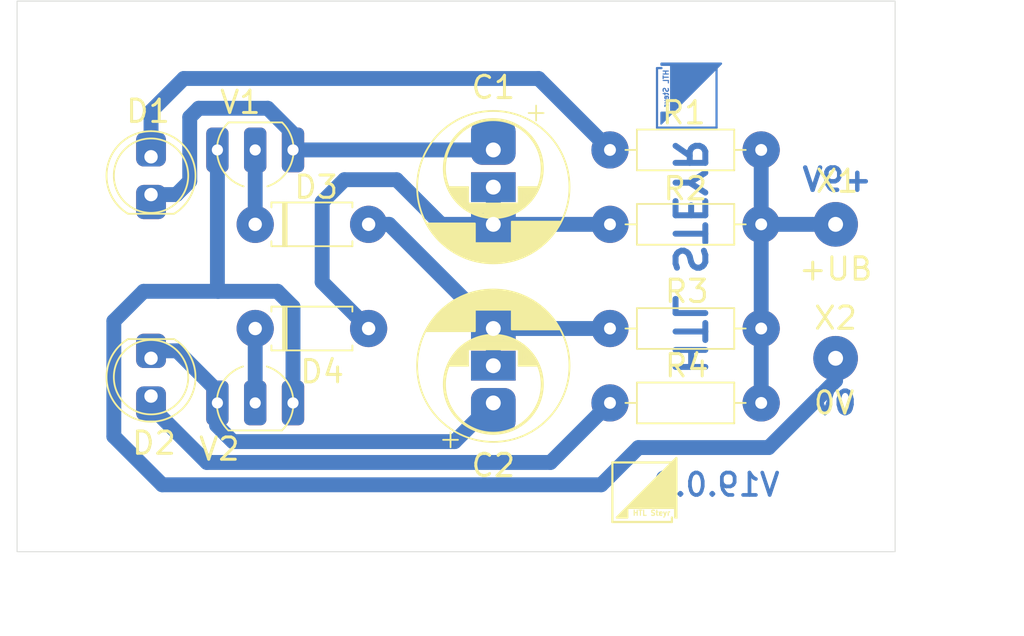
<source format=kicad_pcb>
(kicad_pcb (version 20171130) (host pcbnew 5.1.5-52549c5~84~ubuntu18.04.1)

  (general
    (thickness 1.6)
    (drawings 14)
    (tracks 62)
    (zones 0)
    (modules 20)
    (nets 11)
  )

  (page A4)
  (title_block
    (title "Astabile Kippstufe - Blinky")
    (date 2020-01-18)
    (rev V19.0.1)
    (company HTL-Steyr)
  )

  (layers
    (0 F.Cu signal)
    (31 B.Cu signal)
    (32 B.Adhes user)
    (33 F.Adhes user)
    (34 B.Paste user)
    (35 F.Paste user)
    (36 B.SilkS user)
    (37 F.SilkS user)
    (38 B.Mask user)
    (39 F.Mask user)
    (40 Dwgs.User user)
    (41 Cmts.User user)
    (42 Eco1.User user)
    (43 Eco2.User user)
    (44 Edge.Cuts user)
    (45 Margin user)
    (46 B.CrtYd user)
    (47 F.CrtYd user)
    (48 B.Fab user)
    (49 F.Fab user)
  )

  (setup
    (last_trace_width 1)
    (trace_clearance 0.4)
    (zone_clearance 0.508)
    (zone_45_only no)
    (trace_min 1)
    (via_size 1.4)
    (via_drill 0.8)
    (via_min_size 1.4)
    (via_min_drill 0.8)
    (uvia_size 0.3)
    (uvia_drill 0.1)
    (uvias_allowed no)
    (uvia_min_size 0.2)
    (uvia_min_drill 0.1)
    (edge_width 0.05)
    (segment_width 0.2)
    (pcb_text_width 0.3)
    (pcb_text_size 1.5 1.5)
    (mod_edge_width 0.12)
    (mod_text_size 1 1)
    (mod_text_width 0.15)
    (pad_size 1.524 1.524)
    (pad_drill 0.762)
    (pad_to_mask_clearance 0.051)
    (solder_mask_min_width 0.25)
    (aux_axis_origin 123 100)
    (visible_elements FFFFEF7F)
    (pcbplotparams
      (layerselection 0x010e0_fffffffe)
      (usegerberextensions false)
      (usegerberattributes false)
      (usegerberadvancedattributes false)
      (creategerberjobfile false)
      (excludeedgelayer false)
      (linewidth 0.100000)
      (plotframeref false)
      (viasonmask false)
      (mode 1)
      (useauxorigin true)
      (hpglpennumber 1)
      (hpglpenspeed 20)
      (hpglpendiameter 15.000000)
      (psnegative false)
      (psa4output false)
      (plotreference false)
      (plotvalue false)
      (plotinvisibletext false)
      (padsonsilk false)
      (subtractmaskfromsilk false)
      (outputformat 1)
      (mirror false)
      (drillshape 0)
      (scaleselection 1)
      (outputdirectory "cam"))
  )

  (net 0 "")
  (net 1 "Net-(C1-Pad2)")
  (net 2 "Net-(C1-Pad1)")
  (net 3 "Net-(C2-Pad2)")
  (net 4 "Net-(C2-Pad1)")
  (net 5 "Net-(D3-Pad1)")
  (net 6 "Net-(D4-Pad1)")
  (net 7 "Net-(D1-Pad2)")
  (net 8 "Net-(D2-Pad2)")
  (net 9 "Net-(R1-Pad1)")
  (net 10 "Net-(V1-Pad3)")

  (net_class Default "This is the default net class."
    (clearance 0.4)
    (trace_width 1)
    (via_dia 1.4)
    (via_drill 0.8)
    (uvia_dia 0.3)
    (uvia_drill 0.1)
    (diff_pair_width 1)
    (diff_pair_gap 0.4)
    (add_net "Net-(C1-Pad1)")
    (add_net "Net-(C1-Pad2)")
    (add_net "Net-(C2-Pad1)")
    (add_net "Net-(C2-Pad2)")
    (add_net "Net-(D1-Pad2)")
    (add_net "Net-(D2-Pad2)")
    (add_net "Net-(D3-Pad1)")
    (add_net "Net-(D4-Pad1)")
    (add_net "Net-(R1-Pad1)")
    (add_net "Net-(V1-Pad3)")
  )

  (module MountingHole:MountingHole_3.2mm_M3 (layer F.Cu) (tedit 56D1B4CB) (tstamp 5EF07C4D)
    (at 124 98)
    (descr "Mounting Hole 3.2mm, no annular, M3")
    (tags "mounting hole 3.2mm no annular m3")
    (path /5EF0D8E4)
    (attr virtual)
    (fp_text reference H4 (at 0 -4.2) (layer F.SilkS) hide
      (effects (font (size 1 1) (thickness 0.15)))
    )
    (fp_text value MountingHole (at 0 0) (layer F.Fab)
      (effects (font (size 1 1) (thickness 0.15)))
    )
    (fp_circle (center 0 0) (end 3.45 0) (layer F.CrtYd) (width 0.05))
    (fp_circle (center 0 0) (end 3.2 0) (layer Cmts.User) (width 0.15))
    (fp_text user %R (at 0.3 0) (layer F.Fab)
      (effects (font (size 1 1) (thickness 0.15)))
    )
    (pad 1 np_thru_hole circle (at 0 0) (size 3.2 3.2) (drill 3.2) (layers *.Cu *.Mask))
  )

  (module MountingHole:MountingHole_3.2mm_M3 (layer F.Cu) (tedit 56D1B4CB) (tstamp 5EF07C45)
    (at 124 69)
    (descr "Mounting Hole 3.2mm, no annular, M3")
    (tags "mounting hole 3.2mm no annular m3")
    (path /5EF0D6C0)
    (attr virtual)
    (fp_text reference H3 (at 0 5) (layer F.SilkS) hide
      (effects (font (size 1 1) (thickness 0.15)))
    )
    (fp_text value MountingHole (at 0 4.2) (layer F.Fab)
      (effects (font (size 1 1) (thickness 0.15)))
    )
    (fp_circle (center 0 0) (end 3.45 0) (layer F.CrtYd) (width 0.05))
    (fp_circle (center 0 0) (end 3.2 0) (layer Cmts.User) (width 0.15))
    (fp_text user %R (at 0 0) (layer F.Fab)
      (effects (font (size 1 1) (thickness 0.15)))
    )
    (pad 1 np_thru_hole circle (at 0 0) (size 3.2 3.2) (drill 3.2) (layers *.Cu *.Mask))
  )

  (module MountingHole:MountingHole_3.2mm_M3 (layer F.Cu) (tedit 56D1B4CB) (tstamp 5EF07C3D)
    (at 175 98)
    (descr "Mounting Hole 3.2mm, no annular, M3")
    (tags "mounting hole 3.2mm no annular m3")
    (path /5EF0D522)
    (attr virtual)
    (fp_text reference H2 (at 0 -4.2) (layer F.SilkS) hide
      (effects (font (size 1 1) (thickness 0.15)))
    )
    (fp_text value MountingHole (at 0 4.2) (layer F.Fab)
      (effects (font (size 1 1) (thickness 0.15)))
    )
    (fp_circle (center 0 0) (end 3.45 0) (layer F.CrtYd) (width 0.05))
    (fp_circle (center 0 0) (end 3.2 0) (layer Cmts.User) (width 0.15))
    (fp_text user %R (at 0 -3.95) (layer F.Fab)
      (effects (font (size 1 1) (thickness 0.15)))
    )
    (pad 1 np_thru_hole circle (at 0 0) (size 3.2 3.2) (drill 3.2) (layers *.Cu *.Mask))
  )

  (module MountingHole:MountingHole_3.2mm_M3 (layer F.Cu) (tedit 56D1B4CB) (tstamp 5EF07E05)
    (at 175 69)
    (descr "Mounting Hole 3.2mm, no annular, M3")
    (tags "mounting hole 3.2mm no annular m3")
    (path /5EF0A1B5)
    (attr virtual)
    (fp_text reference H1 (at 0 5) (layer F.SilkS) hide
      (effects (font (size 1 1) (thickness 0.15)))
    )
    (fp_text value MountingHole (at 0 4.2) (layer F.Fab)
      (effects (font (size 1 1) (thickness 0.15)))
    )
    (fp_circle (center 0 0) (end 3.45 0) (layer F.CrtYd) (width 0.05))
    (fp_circle (center 0 0) (end 3.2 0) (layer Cmts.User) (width 0.15))
    (fp_text user %R (at 0 5) (layer F.Fab)
      (effects (font (size 1 1) (thickness 0.15)))
    )
    (pad 1 np_thru_hole circle (at 0 0) (size 3.2 3.2) (drill 3.2) (layers *.Cu *.Mask))
  )

  (module astabile-kippstufe:HTL-Steyr-Logo_4x4mm_Copper (layer B.Cu) (tedit 5EECA97D) (tstamp 5EED7C02)
    (at 165 71.5 90)
    (descr "HTL Steyr Logo")
    (tags "Logo HTL Steyr")
    (path /5EECD020)
    (attr virtual)
    (fp_text reference Logo2 (at 0 0 90) (layer B.SilkS) hide
      (effects (font (size 1 1) (thickness 0.15)) (justify mirror))
    )
    (fp_text value Copper (at 0 0 90) (layer B.Fab) hide
      (effects (font (size 1 1) (thickness 0.15)) (justify mirror))
    )
    (fp_line (start 2 -2) (end 2 -1.7) (layer B.Mask) (width 0.15))
    (fp_text user "HTL Steyr" (at 0.635 -1.397 90) (layer B.Cu)
      (effects (font (size 0.35 0.35) (thickness 0.075)) (justify mirror))
    )
    (fp_line (start 2 2) (end -2 2) (layer B.Mask) (width 0.15))
    (fp_line (start -2 2) (end -2 -2) (layer B.Mask) (width 0.15))
    (fp_line (start -2 -2) (end 2 -2) (layer B.Mask) (width 0.15))
    (fp_poly (pts (xy 2.3 2.3) (xy 2.3 -1.7) (xy -1 -1.7) (xy 2.22 -1.7)
      (xy 2.22 -1.05) (xy -1 -1.05) (xy -1 -1.7) (xy -1.7 -1.7)) (layer B.Mask) (width 0.15))
    (fp_poly (pts (xy 2.3 2.3) (xy 2.3 -1.7) (xy -1 -1.7) (xy 2.22 -1.7)
      (xy 2.22 -1.05) (xy -1 -1.05) (xy -1 -1.7) (xy -1.7 -1.7)) (layer B.Cu) (width 0.15))
    (fp_line (start 2 2) (end -2 2) (layer B.Cu) (width 0.15))
    (fp_line (start -2 2) (end -2 -2) (layer B.Cu) (width 0.15))
    (fp_line (start -2 -2) (end 2 -2) (layer B.Cu) (width 0.15))
    (fp_line (start 2 -2) (end 2 -1.7) (layer B.Cu) (width 0.15))
    (fp_text user "HTL Steyr" (at 0.635 -1.397 90) (layer B.Mask)
      (effects (font (size 0.35 0.35) (thickness 0.075)) (justify mirror))
    )
  )

  (module astabile-kippstufe:HTL-Steyr-Logo_4x4mm_SilkScreen (layer F.Cu) (tedit 5E418088) (tstamp 5EED7B11)
    (at 162 98)
    (descr "HTL Steyr Logo")
    (tags "Logo HTL Steyr")
    (path /5EECCACC)
    (attr virtual)
    (fp_text reference Logo1 (at 0 0) (layer F.SilkS) hide
      (effects (font (size 1 1) (thickness 0.15)))
    )
    (fp_text value Silk (at 0 0) (layer F.Fab) hide
      (effects (font (size 1 1) (thickness 0.15)))
    )
    (fp_text user "HTL Steyr" (at 0.635 1.397) (layer F.SilkS)
      (effects (font (size 0.35 0.35) (thickness 0.075)))
    )
    (fp_line (start 2 2) (end 2 1.7) (layer F.SilkS) (width 0.15))
    (fp_line (start -2 2) (end 2 2) (layer F.SilkS) (width 0.15))
    (fp_line (start -2 -2) (end -2 2) (layer F.SilkS) (width 0.15))
    (fp_line (start 2 -2) (end -2 -2) (layer F.SilkS) (width 0.15))
    (fp_poly (pts (xy 2.3 -2.3) (xy 2.3 1.7) (xy -1 1.7) (xy 2.22 1.7)
      (xy 2.22 1.05) (xy -1 1.05) (xy -1 1.7) (xy -1.7 1.7)) (layer F.SilkS) (width 0.15))
  )

  (module astabile-kippstufe:CP_Radial_D10.0mm_P5.00mm_P2.50mm (layer F.Cu) (tedit 5EECA618) (tstamp 5DA72D8D)
    (at 152 92 90)
    (descr "CP, Radial series, Radial, pin pitch=5.00mm, , diameter=10mm, Electrolytic Capacitor")
    (tags "CP Radial series Radial pin pitch 5.00mm  diameter 10mm Electrolytic Capacitor")
    (path /5DA73670)
    (fp_text reference C2 (at -4.2 0 180) (layer F.SilkS)
      (effects (font (size 1.5 1.5) (thickness 0.2)))
    )
    (fp_text value 22u (at 2.7 0.2 180) (layer F.Fab)
      (effects (font (size 1.5 1.5) (thickness 0.2)))
    )
    (fp_line (start 3 2.4) (end 3.1 2.3) (layer F.SilkS) (width 0.12))
    (fp_line (start 3 2.2) (end 3 2.4) (layer F.SilkS) (width 0.12))
    (fp_line (start 3.3 2.2) (end 3 2.2) (layer F.SilkS) (width 0.12))
    (fp_line (start 2.9 2.5) (end 3.3 2.2) (layer F.SilkS) (width 0.12))
    (fp_line (start 2.9 2.4) (end 2.9 2.5) (layer F.SilkS) (width 0.12))
    (fp_line (start 2.9 2.1) (end 2.9 2.4) (layer F.SilkS) (width 0.12))
    (fp_line (start 3.4 2.1) (end 2.9 2.1) (layer F.SilkS) (width 0.12))
    (fp_line (start 3.1 2.4) (end 3.4 2.1) (layer F.SilkS) (width 0.12))
    (fp_line (start 2.8 2.6) (end 3.1 2.4) (layer F.SilkS) (width 0.12))
    (fp_line (start 2.8 2) (end 2.8 2.6) (layer F.SilkS) (width 0.12))
    (fp_line (start 3.6 2) (end 2.8 2) (layer F.SilkS) (width 0.12))
    (fp_line (start 3.1 2.5) (end 3.6 2) (layer F.SilkS) (width 0.12))
    (fp_line (start 2.7 2.7) (end 3.1 2.5) (layer F.SilkS) (width 0.12))
    (fp_line (start 2.7 2.6) (end 2.7 2.7) (layer F.SilkS) (width 0.12))
    (fp_line (start 2.7 1.9) (end 2.7 2.6) (layer F.SilkS) (width 0.12))
    (fp_line (start 3.7 1.9) (end 2.7 1.9) (layer F.SilkS) (width 0.12))
    (fp_line (start 3.2 2.5) (end 3.7 1.9) (layer F.SilkS) (width 0.12))
    (fp_line (start 2.6 2.8) (end 3.2 2.5) (layer F.SilkS) (width 0.12))
    (fp_line (start 2.6 1.8) (end 2.6 2.8) (layer F.SilkS) (width 0.12))
    (fp_line (start 3.9 1.8) (end 2.6 1.8) (layer F.SilkS) (width 0.12))
    (fp_line (start 3.2 2.6) (end 3.9 1.8) (layer F.SilkS) (width 0.12))
    (fp_line (start 2.5 2.9) (end 3.2 2.6) (layer F.SilkS) (width 0.12))
    (fp_line (start 2.5 1.7) (end 2.5 2.9) (layer F.SilkS) (width 0.12))
    (fp_line (start 4 1.7) (end 2.5 1.7) (layer F.SilkS) (width 0.12))
    (fp_line (start 4.3 0.5) (end 4.3 0.6) (layer F.SilkS) (width 0.12))
    (fp_line (start 4.3 -1) (end 4.3 0.5) (layer F.SilkS) (width 0.12))
    (fp_line (start 4.4 -0.7) (end 4.3 -1) (layer F.SilkS) (width 0.12))
    (fp_line (start 4.4 0.3) (end 4.4 -0.7) (layer F.SilkS) (width 0.12))
    (fp_line (start 4.2 1.3) (end 4.4 0.3) (layer F.SilkS) (width 0.12))
    (fp_line (start 4.2 -1.2) (end 4.2 1.3) (layer F.SilkS) (width 0.12))
    (fp_line (start 3.9 -1.5) (end 4.2 -1.2) (layer F.SilkS) (width 0.12))
    (fp_line (start 3.9 1.5) (end 3.9 -1.5) (layer F.SilkS) (width 0.12))
    (fp_line (start 3.8 1.5) (end 3.9 1.5) (layer F.SilkS) (width 0.12))
    (fp_line (start 3.8 -1.5) (end 3.8 1.5) (layer F.SilkS) (width 0.12))
    (fp_line (start 4 -1.5) (end 3.8 -1.5) (layer F.SilkS) (width 0.12))
    (fp_line (start 4 1.4) (end 4 -1.5) (layer F.SilkS) (width 0.12))
    (fp_line (start 4.1 1.5) (end 4 1.4) (layer F.SilkS) (width 0.12))
    (fp_line (start 3.7 1.5) (end 4.1 1.5) (layer F.SilkS) (width 0.12))
    (fp_line (start 3.7 -1.6) (end 3.7 1.5) (layer F.SilkS) (width 0.12))
    (fp_line (start 4 -1.6) (end 3.7 -1.6) (layer F.SilkS) (width 0.12))
    (fp_line (start 4.1 -1.5) (end 4 -1.6) (layer F.SilkS) (width 0.12))
    (fp_line (start 4.1 1.6) (end 4.1 -1.5) (layer F.SilkS) (width 0.12))
    (fp_line (start 3.6 1.6) (end 4.1 1.6) (layer F.SilkS) (width 0.12))
    (fp_line (start 3.6 -1.7) (end 3.6 1.6) (layer F.SilkS) (width 0.12))
    (fp_line (start 3.3 -2.3) (end 3.2 -2.4) (layer F.SilkS) (width 0.12))
    (fp_line (start 3.1 -2.6) (end 3.3 -2.3) (layer F.SilkS) (width 0.12))
    (fp_line (start 3.1 -2.3) (end 3.1 -2.6) (layer F.SilkS) (width 0.12))
    (fp_line (start 3.5 -2.3) (end 3.1 -2.3) (layer F.SilkS) (width 0.12))
    (fp_line (start 3 -2.7) (end 3.5 -2.3) (layer F.SilkS) (width 0.12))
    (fp_line (start 3 -2.2) (end 3 -2.7) (layer F.SilkS) (width 0.12))
    (fp_line (start 3.5 -2.2) (end 3 -2.2) (layer F.SilkS) (width 0.12))
    (fp_line (start 3.7 -2.1) (end 3.5 -2.2) (layer F.SilkS) (width 0.12))
    (fp_line (start 3.6 -2.1) (end 3.7 -2.1) (layer F.SilkS) (width 0.12))
    (fp_line (start 2.9 -2.1) (end 3.6 -2.1) (layer F.SilkS) (width 0.12))
    (fp_line (start 2.9 -2.7) (end 2.9 -2.1) (layer F.SilkS) (width 0.12))
    (fp_line (start 2.8 -2.8) (end 2.9 -2.7) (layer F.SilkS) (width 0.12))
    (fp_line (start 2.8 -2) (end 2.8 -2.8) (layer F.SilkS) (width 0.12))
    (fp_line (start 3.7 -2) (end 2.8 -2) (layer F.SilkS) (width 0.12))
    (fp_line (start 3.8 -1.9) (end 3.7 -2) (layer F.SilkS) (width 0.12))
    (fp_line (start 2.7 -1.9) (end 3.8 -1.9) (layer F.SilkS) (width 0.12))
    (fp_line (start 2.7 -2.8) (end 2.7 -1.9) (layer F.SilkS) (width 0.12))
    (fp_line (start 2.6 -2.9) (end 2.7 -2.8) (layer F.SilkS) (width 0.12))
    (fp_line (start 2.6 -1.8) (end 2.6 -2.9) (layer F.SilkS) (width 0.12))
    (fp_line (start 3.9 -1.8) (end 2.6 -1.8) (layer F.SilkS) (width 0.12))
    (fp_line (start 4 -1.7) (end 3.9 -1.8) (layer F.SilkS) (width 0.12))
    (fp_line (start 2.5 -1.7) (end 4 -1.7) (layer F.SilkS) (width 0.12))
    (fp_line (start 2.5 -3) (end 2.5 -1.7) (layer F.SilkS) (width 0.12))
    (fp_circle (center 1.25 0) (end 4.538237 0) (layer F.SilkS) (width 0.2))
    (fp_circle (center 2.5 0) (end 7.5 0) (layer F.Fab) (width 0.1))
    (fp_circle (center 2.5 0) (end 7.62 0) (layer F.SilkS) (width 0.12))
    (fp_circle (center 2.5 0) (end 7.75 0) (layer F.CrtYd) (width 0.05))
    (fp_line (start -1.788861 -2.1875) (end -0.788861 -2.1875) (layer F.Fab) (width 0.1))
    (fp_line (start -1.288861 -2.6875) (end -1.288861 -1.6875) (layer F.Fab) (width 0.1))
    (fp_line (start 4.821 -4.525) (end 4.821 -1.241) (layer F.SilkS) (width 0.12))
    (fp_line (start 4.861 -4.504) (end 4.861 -1.241) (layer F.SilkS) (width 0.12))
    (fp_line (start 4.901 -4.483) (end 4.901 -1.241) (layer F.SilkS) (width 0.12))
    (fp_line (start 4.941 -4.462) (end 4.941 -1.241) (layer F.SilkS) (width 0.12))
    (fp_line (start 4.941 1.241) (end 4.941 4.462) (layer F.SilkS) (width 0.12))
    (fp_line (start 4.981 -4.44) (end 4.981 -1.241) (layer F.SilkS) (width 0.12))
    (fp_line (start 4.981 1.241) (end 4.981 4.44) (layer F.SilkS) (width 0.12))
    (fp_line (start 5.021 -4.417) (end 5.021 -1.241) (layer F.SilkS) (width 0.12))
    (fp_line (start 5.021 1.241) (end 5.021 4.417) (layer F.SilkS) (width 0.12))
    (fp_line (start 5.061 -4.395) (end 5.061 -1.241) (layer F.SilkS) (width 0.12))
    (fp_line (start 5.061 1.241) (end 5.061 4.395) (layer F.SilkS) (width 0.12))
    (fp_line (start 5.101 -4.371) (end 5.101 -1.241) (layer F.SilkS) (width 0.12))
    (fp_line (start 5.101 1.241) (end 5.101 4.371) (layer F.SilkS) (width 0.12))
    (fp_line (start 5.141 -4.347) (end 5.141 -1.241) (layer F.SilkS) (width 0.12))
    (fp_line (start 5.141 1.241) (end 5.141 4.347) (layer F.SilkS) (width 0.12))
    (fp_line (start 5.181 -4.323) (end 5.181 -1.241) (layer F.SilkS) (width 0.12))
    (fp_line (start 5.181 1.241) (end 5.181 4.323) (layer F.SilkS) (width 0.12))
    (fp_line (start 5.221 -4.298) (end 5.221 -1.241) (layer F.SilkS) (width 0.12))
    (fp_line (start 5.221 1.241) (end 5.221 4.298) (layer F.SilkS) (width 0.12))
    (fp_line (start 5.261 -4.273) (end 5.261 -1.241) (layer F.SilkS) (width 0.12))
    (fp_line (start 5.261 1.241) (end 5.261 4.273) (layer F.SilkS) (width 0.12))
    (fp_line (start 5.301 -4.247) (end 5.301 -1.241) (layer F.SilkS) (width 0.12))
    (fp_line (start 5.301 1.241) (end 5.301 4.247) (layer F.SilkS) (width 0.12))
    (fp_line (start 5.341 -4.221) (end 5.341 -1.241) (layer F.SilkS) (width 0.12))
    (fp_line (start 5.341 1.241) (end 5.341 4.221) (layer F.SilkS) (width 0.12))
    (fp_line (start 5.381 -4.194) (end 5.381 -1.241) (layer F.SilkS) (width 0.12))
    (fp_line (start 5.381 1.241) (end 5.381 4.194) (layer F.SilkS) (width 0.12))
    (fp_line (start 5.421 -4.166) (end 5.421 -1.241) (layer F.SilkS) (width 0.12))
    (fp_line (start 5.421 1.241) (end 5.421 4.166) (layer F.SilkS) (width 0.12))
    (fp_line (start 5.461 -4.138) (end 5.461 -1.241) (layer F.SilkS) (width 0.12))
    (fp_line (start 5.461 1.241) (end 5.461 4.138) (layer F.SilkS) (width 0.12))
    (fp_line (start 5.501 -4.11) (end 5.501 -1.241) (layer F.SilkS) (width 0.12))
    (fp_line (start 5.501 1.241) (end 5.501 4.11) (layer F.SilkS) (width 0.12))
    (fp_line (start 5.541 -4.08) (end 5.541 -1.241) (layer F.SilkS) (width 0.12))
    (fp_line (start 5.541 1.241) (end 5.541 4.08) (layer F.SilkS) (width 0.12))
    (fp_line (start 5.581 -4.05) (end 5.581 -1.241) (layer F.SilkS) (width 0.12))
    (fp_line (start 5.581 1.241) (end 5.581 4.05) (layer F.SilkS) (width 0.12))
    (fp_line (start 5.621 -4.02) (end 5.621 -1.241) (layer F.SilkS) (width 0.12))
    (fp_line (start 5.621 1.241) (end 5.621 4.02) (layer F.SilkS) (width 0.12))
    (fp_line (start 5.661 -3.989) (end 5.661 -1.241) (layer F.SilkS) (width 0.12))
    (fp_line (start 5.661 1.241) (end 5.661 3.989) (layer F.SilkS) (width 0.12))
    (fp_line (start 5.701 -3.957) (end 5.701 -1.241) (layer F.SilkS) (width 0.12))
    (fp_line (start 5.701 1.241) (end 5.701 3.957) (layer F.SilkS) (width 0.12))
    (fp_line (start 5.741 -3.925) (end 5.741 -1.241) (layer F.SilkS) (width 0.12))
    (fp_line (start 5.741 1.241) (end 5.741 3.925) (layer F.SilkS) (width 0.12))
    (fp_line (start 5.781 -3.892) (end 5.781 -1.241) (layer F.SilkS) (width 0.12))
    (fp_line (start 5.781 1.241) (end 5.781 3.892) (layer F.SilkS) (width 0.12))
    (fp_line (start 5.821 -3.858) (end 5.821 -1.241) (layer F.SilkS) (width 0.12))
    (fp_line (start 5.821 1.241) (end 5.821 3.858) (layer F.SilkS) (width 0.12))
    (fp_line (start 5.861 -3.824) (end 5.861 -1.241) (layer F.SilkS) (width 0.12))
    (fp_line (start 5.861 1.241) (end 5.861 3.824) (layer F.SilkS) (width 0.12))
    (fp_line (start 5.901 -3.789) (end 5.901 -1.241) (layer F.SilkS) (width 0.12))
    (fp_line (start 5.901 1.241) (end 5.901 3.789) (layer F.SilkS) (width 0.12))
    (fp_line (start 5.941 -3.753) (end 5.941 -1.241) (layer F.SilkS) (width 0.12))
    (fp_line (start 5.941 1.241) (end 5.941 3.753) (layer F.SilkS) (width 0.12))
    (fp_line (start 5.981 -3.716) (end 5.981 -1.241) (layer F.SilkS) (width 0.12))
    (fp_line (start 5.981 1.241) (end 5.981 3.716) (layer F.SilkS) (width 0.12))
    (fp_line (start 6.021 -3.679) (end 6.021 -1.241) (layer F.SilkS) (width 0.12))
    (fp_line (start 6.021 1.241) (end 6.021 3.679) (layer F.SilkS) (width 0.12))
    (fp_line (start 6.061 -3.64) (end 6.061 -1.241) (layer F.SilkS) (width 0.12))
    (fp_line (start 6.061 1.241) (end 6.061 3.64) (layer F.SilkS) (width 0.12))
    (fp_line (start 6.101 -3.601) (end 6.101 -1.241) (layer F.SilkS) (width 0.12))
    (fp_line (start 6.101 1.241) (end 6.101 3.601) (layer F.SilkS) (width 0.12))
    (fp_line (start 6.141 -3.561) (end 6.141 -1.241) (layer F.SilkS) (width 0.12))
    (fp_line (start 6.141 1.241) (end 6.141 3.561) (layer F.SilkS) (width 0.12))
    (fp_line (start 6.181 -3.52) (end 6.181 -1.241) (layer F.SilkS) (width 0.12))
    (fp_line (start 6.181 1.241) (end 6.181 3.52) (layer F.SilkS) (width 0.12))
    (fp_line (start 6.221 -3.478) (end 6.221 -1.241) (layer F.SilkS) (width 0.12))
    (fp_line (start 6.221 1.241) (end 6.221 3.478) (layer F.SilkS) (width 0.12))
    (fp_line (start 6.261 -3.436) (end 6.261 3.436) (layer F.SilkS) (width 0.12))
    (fp_line (start 6.301 -3.392) (end 6.301 3.392) (layer F.SilkS) (width 0.12))
    (fp_line (start 6.341 -3.347) (end 6.341 3.347) (layer F.SilkS) (width 0.12))
    (fp_line (start 6.381 -3.301) (end 6.381 3.301) (layer F.SilkS) (width 0.12))
    (fp_line (start 6.421 -3.254) (end 6.421 3.254) (layer F.SilkS) (width 0.12))
    (fp_line (start 6.461 -3.206) (end 6.461 3.206) (layer F.SilkS) (width 0.12))
    (fp_line (start 6.501 -3.156) (end 6.501 3.156) (layer F.SilkS) (width 0.12))
    (fp_line (start 6.541 -3.106) (end 6.541 3.106) (layer F.SilkS) (width 0.12))
    (fp_line (start 6.581 -3.054) (end 6.581 3.054) (layer F.SilkS) (width 0.12))
    (fp_line (start 6.621 -3) (end 6.621 3) (layer F.SilkS) (width 0.12))
    (fp_line (start 6.661 -2.945) (end 6.661 2.945) (layer F.SilkS) (width 0.12))
    (fp_line (start 6.701 -2.889) (end 6.701 2.889) (layer F.SilkS) (width 0.12))
    (fp_line (start 6.741 -2.83) (end 6.741 2.83) (layer F.SilkS) (width 0.12))
    (fp_line (start 6.781 -2.77) (end 6.781 2.77) (layer F.SilkS) (width 0.12))
    (fp_line (start 6.821 -2.709) (end 6.821 2.709) (layer F.SilkS) (width 0.12))
    (fp_line (start 6.861 -2.645) (end 6.861 2.645) (layer F.SilkS) (width 0.12))
    (fp_line (start 6.901 -2.579) (end 6.901 2.579) (layer F.SilkS) (width 0.12))
    (fp_line (start 6.941 -2.51) (end 6.941 2.51) (layer F.SilkS) (width 0.12))
    (fp_line (start 6.981 -2.439) (end 6.981 2.439) (layer F.SilkS) (width 0.12))
    (fp_line (start 7.021 -2.365) (end 7.021 2.365) (layer F.SilkS) (width 0.12))
    (fp_line (start 7.061 -2.289) (end 7.061 2.289) (layer F.SilkS) (width 0.12))
    (fp_line (start 7.101 -2.209) (end 7.101 2.209) (layer F.SilkS) (width 0.12))
    (fp_line (start 7.141 -2.125) (end 7.141 2.125) (layer F.SilkS) (width 0.12))
    (fp_line (start 7.181 -2.037) (end 7.181 2.037) (layer F.SilkS) (width 0.12))
    (fp_line (start 7.221 -1.944) (end 7.221 1.944) (layer F.SilkS) (width 0.12))
    (fp_line (start 7.261 -1.846) (end 7.261 1.846) (layer F.SilkS) (width 0.12))
    (fp_line (start 7.301 -1.742) (end 7.301 1.742) (layer F.SilkS) (width 0.12))
    (fp_line (start 7.341 -1.63) (end 7.341 1.63) (layer F.SilkS) (width 0.12))
    (fp_line (start 7.381 -1.51) (end 7.381 1.51) (layer F.SilkS) (width 0.12))
    (fp_line (start 7.421 -1.378) (end 7.421 1.378) (layer F.SilkS) (width 0.12))
    (fp_line (start 7.461 -1.23) (end 7.461 1.23) (layer F.SilkS) (width 0.12))
    (fp_line (start 7.501 -1.062) (end 7.501 1.062) (layer F.SilkS) (width 0.12))
    (fp_line (start 7.541 -0.862) (end 7.541 0.862) (layer F.SilkS) (width 0.12))
    (fp_line (start 7.581 -0.599) (end 7.581 0.599) (layer F.SilkS) (width 0.12))
    (fp_line (start -2.979646 -2.875) (end -1.979646 -2.875) (layer F.SilkS) (width 0.12))
    (fp_line (start -2.479646 -3.375) (end -2.479646 -2.375) (layer F.SilkS) (width 0.12))
    (fp_text user %R (at 7.3 -5 180) (layer F.Fab)
      (effects (font (size 1.5 1.5) (thickness 0.2)))
    )
    (pad 1 thru_hole roundrect (at 0 0 90) (size 3 3) (drill 1 (offset -0.5 0)) (layers *.Cu *.Mask) (roundrect_rratio 0.25)
      (net 4 "Net-(C2-Pad1)"))
    (pad 2 thru_hole rect (at 2.5 0 90) (size 2 3) (drill 1) (layers *.Cu *.Mask)
      (net 3 "Net-(C2-Pad2)"))
    (pad 2 thru_hole rect (at 5 0 90) (size 3 3) (drill 1 (offset 0.5 0)) (layers *.Cu *.Mask)
      (net 3 "Net-(C2-Pad2)"))
    (model ${KISYS3DMOD}/Capacitor_THT.3dshapes/CP_Radial_D10.0mm_P5.00mm.wrl
      (at (xyz 0 0 0))
      (scale (xyz 1 1 1))
      (rotate (xyz 0 0 0))
    )
  )

  (module astabile-kippstufe:CP_Radial_D10.0mm_P5.00mm_P2.50mm (layer F.Cu) (tedit 5EECA618) (tstamp 5DA72CC1)
    (at 152 75 270)
    (descr "CP, Radial series, Radial, pin pitch=5.00mm, , diameter=10mm, Electrolytic Capacitor")
    (tags "CP Radial series Radial pin pitch 5.00mm  diameter 10mm Electrolytic Capacitor")
    (path /5DA72C03)
    (fp_text reference C1 (at -4.2 0 180) (layer F.SilkS)
      (effects (font (size 1.5 1.5) (thickness 0.2)))
    )
    (fp_text value 22u (at 2.7 0.2 180) (layer F.Fab)
      (effects (font (size 1.5 1.5) (thickness 0.2)))
    )
    (fp_line (start 3 2.4) (end 3.1 2.3) (layer F.SilkS) (width 0.12))
    (fp_line (start 3 2.2) (end 3 2.4) (layer F.SilkS) (width 0.12))
    (fp_line (start 3.3 2.2) (end 3 2.2) (layer F.SilkS) (width 0.12))
    (fp_line (start 2.9 2.5) (end 3.3 2.2) (layer F.SilkS) (width 0.12))
    (fp_line (start 2.9 2.4) (end 2.9 2.5) (layer F.SilkS) (width 0.12))
    (fp_line (start 2.9 2.1) (end 2.9 2.4) (layer F.SilkS) (width 0.12))
    (fp_line (start 3.4 2.1) (end 2.9 2.1) (layer F.SilkS) (width 0.12))
    (fp_line (start 3.1 2.4) (end 3.4 2.1) (layer F.SilkS) (width 0.12))
    (fp_line (start 2.8 2.6) (end 3.1 2.4) (layer F.SilkS) (width 0.12))
    (fp_line (start 2.8 2) (end 2.8 2.6) (layer F.SilkS) (width 0.12))
    (fp_line (start 3.6 2) (end 2.8 2) (layer F.SilkS) (width 0.12))
    (fp_line (start 3.1 2.5) (end 3.6 2) (layer F.SilkS) (width 0.12))
    (fp_line (start 2.7 2.7) (end 3.1 2.5) (layer F.SilkS) (width 0.12))
    (fp_line (start 2.7 2.6) (end 2.7 2.7) (layer F.SilkS) (width 0.12))
    (fp_line (start 2.7 1.9) (end 2.7 2.6) (layer F.SilkS) (width 0.12))
    (fp_line (start 3.7 1.9) (end 2.7 1.9) (layer F.SilkS) (width 0.12))
    (fp_line (start 3.2 2.5) (end 3.7 1.9) (layer F.SilkS) (width 0.12))
    (fp_line (start 2.6 2.8) (end 3.2 2.5) (layer F.SilkS) (width 0.12))
    (fp_line (start 2.6 1.8) (end 2.6 2.8) (layer F.SilkS) (width 0.12))
    (fp_line (start 3.9 1.8) (end 2.6 1.8) (layer F.SilkS) (width 0.12))
    (fp_line (start 3.2 2.6) (end 3.9 1.8) (layer F.SilkS) (width 0.12))
    (fp_line (start 2.5 2.9) (end 3.2 2.6) (layer F.SilkS) (width 0.12))
    (fp_line (start 2.5 1.7) (end 2.5 2.9) (layer F.SilkS) (width 0.12))
    (fp_line (start 4 1.7) (end 2.5 1.7) (layer F.SilkS) (width 0.12))
    (fp_line (start 4.3 0.5) (end 4.3 0.6) (layer F.SilkS) (width 0.12))
    (fp_line (start 4.3 -1) (end 4.3 0.5) (layer F.SilkS) (width 0.12))
    (fp_line (start 4.4 -0.7) (end 4.3 -1) (layer F.SilkS) (width 0.12))
    (fp_line (start 4.4 0.3) (end 4.4 -0.7) (layer F.SilkS) (width 0.12))
    (fp_line (start 4.2 1.3) (end 4.4 0.3) (layer F.SilkS) (width 0.12))
    (fp_line (start 4.2 -1.2) (end 4.2 1.3) (layer F.SilkS) (width 0.12))
    (fp_line (start 3.9 -1.5) (end 4.2 -1.2) (layer F.SilkS) (width 0.12))
    (fp_line (start 3.9 1.5) (end 3.9 -1.5) (layer F.SilkS) (width 0.12))
    (fp_line (start 3.8 1.5) (end 3.9 1.5) (layer F.SilkS) (width 0.12))
    (fp_line (start 3.8 -1.5) (end 3.8 1.5) (layer F.SilkS) (width 0.12))
    (fp_line (start 4 -1.5) (end 3.8 -1.5) (layer F.SilkS) (width 0.12))
    (fp_line (start 4 1.4) (end 4 -1.5) (layer F.SilkS) (width 0.12))
    (fp_line (start 4.1 1.5) (end 4 1.4) (layer F.SilkS) (width 0.12))
    (fp_line (start 3.7 1.5) (end 4.1 1.5) (layer F.SilkS) (width 0.12))
    (fp_line (start 3.7 -1.6) (end 3.7 1.5) (layer F.SilkS) (width 0.12))
    (fp_line (start 4 -1.6) (end 3.7 -1.6) (layer F.SilkS) (width 0.12))
    (fp_line (start 4.1 -1.5) (end 4 -1.6) (layer F.SilkS) (width 0.12))
    (fp_line (start 4.1 1.6) (end 4.1 -1.5) (layer F.SilkS) (width 0.12))
    (fp_line (start 3.6 1.6) (end 4.1 1.6) (layer F.SilkS) (width 0.12))
    (fp_line (start 3.6 -1.7) (end 3.6 1.6) (layer F.SilkS) (width 0.12))
    (fp_line (start 3.3 -2.3) (end 3.2 -2.4) (layer F.SilkS) (width 0.12))
    (fp_line (start 3.1 -2.6) (end 3.3 -2.3) (layer F.SilkS) (width 0.12))
    (fp_line (start 3.1 -2.3) (end 3.1 -2.6) (layer F.SilkS) (width 0.12))
    (fp_line (start 3.5 -2.3) (end 3.1 -2.3) (layer F.SilkS) (width 0.12))
    (fp_line (start 3 -2.7) (end 3.5 -2.3) (layer F.SilkS) (width 0.12))
    (fp_line (start 3 -2.2) (end 3 -2.7) (layer F.SilkS) (width 0.12))
    (fp_line (start 3.5 -2.2) (end 3 -2.2) (layer F.SilkS) (width 0.12))
    (fp_line (start 3.7 -2.1) (end 3.5 -2.2) (layer F.SilkS) (width 0.12))
    (fp_line (start 3.6 -2.1) (end 3.7 -2.1) (layer F.SilkS) (width 0.12))
    (fp_line (start 2.9 -2.1) (end 3.6 -2.1) (layer F.SilkS) (width 0.12))
    (fp_line (start 2.9 -2.7) (end 2.9 -2.1) (layer F.SilkS) (width 0.12))
    (fp_line (start 2.8 -2.8) (end 2.9 -2.7) (layer F.SilkS) (width 0.12))
    (fp_line (start 2.8 -2) (end 2.8 -2.8) (layer F.SilkS) (width 0.12))
    (fp_line (start 3.7 -2) (end 2.8 -2) (layer F.SilkS) (width 0.12))
    (fp_line (start 3.8 -1.9) (end 3.7 -2) (layer F.SilkS) (width 0.12))
    (fp_line (start 2.7 -1.9) (end 3.8 -1.9) (layer F.SilkS) (width 0.12))
    (fp_line (start 2.7 -2.8) (end 2.7 -1.9) (layer F.SilkS) (width 0.12))
    (fp_line (start 2.6 -2.9) (end 2.7 -2.8) (layer F.SilkS) (width 0.12))
    (fp_line (start 2.6 -1.8) (end 2.6 -2.9) (layer F.SilkS) (width 0.12))
    (fp_line (start 3.9 -1.8) (end 2.6 -1.8) (layer F.SilkS) (width 0.12))
    (fp_line (start 4 -1.7) (end 3.9 -1.8) (layer F.SilkS) (width 0.12))
    (fp_line (start 2.5 -1.7) (end 4 -1.7) (layer F.SilkS) (width 0.12))
    (fp_line (start 2.5 -3) (end 2.5 -1.7) (layer F.SilkS) (width 0.12))
    (fp_circle (center 1.25 0) (end 4.538237 0) (layer F.SilkS) (width 0.2))
    (fp_circle (center 2.5 0) (end 7.5 0) (layer F.Fab) (width 0.1))
    (fp_circle (center 2.5 0) (end 7.62 0) (layer F.SilkS) (width 0.12))
    (fp_circle (center 2.5 0) (end 7.75 0) (layer F.CrtYd) (width 0.05))
    (fp_line (start -1.788861 -2.1875) (end -0.788861 -2.1875) (layer F.Fab) (width 0.1))
    (fp_line (start -1.288861 -2.6875) (end -1.288861 -1.6875) (layer F.Fab) (width 0.1))
    (fp_line (start 4.821 -4.525) (end 4.821 -1.241) (layer F.SilkS) (width 0.12))
    (fp_line (start 4.861 -4.504) (end 4.861 -1.241) (layer F.SilkS) (width 0.12))
    (fp_line (start 4.901 -4.483) (end 4.901 -1.241) (layer F.SilkS) (width 0.12))
    (fp_line (start 4.941 -4.462) (end 4.941 -1.241) (layer F.SilkS) (width 0.12))
    (fp_line (start 4.941 1.241) (end 4.941 4.462) (layer F.SilkS) (width 0.12))
    (fp_line (start 4.981 -4.44) (end 4.981 -1.241) (layer F.SilkS) (width 0.12))
    (fp_line (start 4.981 1.241) (end 4.981 4.44) (layer F.SilkS) (width 0.12))
    (fp_line (start 5.021 -4.417) (end 5.021 -1.241) (layer F.SilkS) (width 0.12))
    (fp_line (start 5.021 1.241) (end 5.021 4.417) (layer F.SilkS) (width 0.12))
    (fp_line (start 5.061 -4.395) (end 5.061 -1.241) (layer F.SilkS) (width 0.12))
    (fp_line (start 5.061 1.241) (end 5.061 4.395) (layer F.SilkS) (width 0.12))
    (fp_line (start 5.101 -4.371) (end 5.101 -1.241) (layer F.SilkS) (width 0.12))
    (fp_line (start 5.101 1.241) (end 5.101 4.371) (layer F.SilkS) (width 0.12))
    (fp_line (start 5.141 -4.347) (end 5.141 -1.241) (layer F.SilkS) (width 0.12))
    (fp_line (start 5.141 1.241) (end 5.141 4.347) (layer F.SilkS) (width 0.12))
    (fp_line (start 5.181 -4.323) (end 5.181 -1.241) (layer F.SilkS) (width 0.12))
    (fp_line (start 5.181 1.241) (end 5.181 4.323) (layer F.SilkS) (width 0.12))
    (fp_line (start 5.221 -4.298) (end 5.221 -1.241) (layer F.SilkS) (width 0.12))
    (fp_line (start 5.221 1.241) (end 5.221 4.298) (layer F.SilkS) (width 0.12))
    (fp_line (start 5.261 -4.273) (end 5.261 -1.241) (layer F.SilkS) (width 0.12))
    (fp_line (start 5.261 1.241) (end 5.261 4.273) (layer F.SilkS) (width 0.12))
    (fp_line (start 5.301 -4.247) (end 5.301 -1.241) (layer F.SilkS) (width 0.12))
    (fp_line (start 5.301 1.241) (end 5.301 4.247) (layer F.SilkS) (width 0.12))
    (fp_line (start 5.341 -4.221) (end 5.341 -1.241) (layer F.SilkS) (width 0.12))
    (fp_line (start 5.341 1.241) (end 5.341 4.221) (layer F.SilkS) (width 0.12))
    (fp_line (start 5.381 -4.194) (end 5.381 -1.241) (layer F.SilkS) (width 0.12))
    (fp_line (start 5.381 1.241) (end 5.381 4.194) (layer F.SilkS) (width 0.12))
    (fp_line (start 5.421 -4.166) (end 5.421 -1.241) (layer F.SilkS) (width 0.12))
    (fp_line (start 5.421 1.241) (end 5.421 4.166) (layer F.SilkS) (width 0.12))
    (fp_line (start 5.461 -4.138) (end 5.461 -1.241) (layer F.SilkS) (width 0.12))
    (fp_line (start 5.461 1.241) (end 5.461 4.138) (layer F.SilkS) (width 0.12))
    (fp_line (start 5.501 -4.11) (end 5.501 -1.241) (layer F.SilkS) (width 0.12))
    (fp_line (start 5.501 1.241) (end 5.501 4.11) (layer F.SilkS) (width 0.12))
    (fp_line (start 5.541 -4.08) (end 5.541 -1.241) (layer F.SilkS) (width 0.12))
    (fp_line (start 5.541 1.241) (end 5.541 4.08) (layer F.SilkS) (width 0.12))
    (fp_line (start 5.581 -4.05) (end 5.581 -1.241) (layer F.SilkS) (width 0.12))
    (fp_line (start 5.581 1.241) (end 5.581 4.05) (layer F.SilkS) (width 0.12))
    (fp_line (start 5.621 -4.02) (end 5.621 -1.241) (layer F.SilkS) (width 0.12))
    (fp_line (start 5.621 1.241) (end 5.621 4.02) (layer F.SilkS) (width 0.12))
    (fp_line (start 5.661 -3.989) (end 5.661 -1.241) (layer F.SilkS) (width 0.12))
    (fp_line (start 5.661 1.241) (end 5.661 3.989) (layer F.SilkS) (width 0.12))
    (fp_line (start 5.701 -3.957) (end 5.701 -1.241) (layer F.SilkS) (width 0.12))
    (fp_line (start 5.701 1.241) (end 5.701 3.957) (layer F.SilkS) (width 0.12))
    (fp_line (start 5.741 -3.925) (end 5.741 -1.241) (layer F.SilkS) (width 0.12))
    (fp_line (start 5.741 1.241) (end 5.741 3.925) (layer F.SilkS) (width 0.12))
    (fp_line (start 5.781 -3.892) (end 5.781 -1.241) (layer F.SilkS) (width 0.12))
    (fp_line (start 5.781 1.241) (end 5.781 3.892) (layer F.SilkS) (width 0.12))
    (fp_line (start 5.821 -3.858) (end 5.821 -1.241) (layer F.SilkS) (width 0.12))
    (fp_line (start 5.821 1.241) (end 5.821 3.858) (layer F.SilkS) (width 0.12))
    (fp_line (start 5.861 -3.824) (end 5.861 -1.241) (layer F.SilkS) (width 0.12))
    (fp_line (start 5.861 1.241) (end 5.861 3.824) (layer F.SilkS) (width 0.12))
    (fp_line (start 5.901 -3.789) (end 5.901 -1.241) (layer F.SilkS) (width 0.12))
    (fp_line (start 5.901 1.241) (end 5.901 3.789) (layer F.SilkS) (width 0.12))
    (fp_line (start 5.941 -3.753) (end 5.941 -1.241) (layer F.SilkS) (width 0.12))
    (fp_line (start 5.941 1.241) (end 5.941 3.753) (layer F.SilkS) (width 0.12))
    (fp_line (start 5.981 -3.716) (end 5.981 -1.241) (layer F.SilkS) (width 0.12))
    (fp_line (start 5.981 1.241) (end 5.981 3.716) (layer F.SilkS) (width 0.12))
    (fp_line (start 6.021 -3.679) (end 6.021 -1.241) (layer F.SilkS) (width 0.12))
    (fp_line (start 6.021 1.241) (end 6.021 3.679) (layer F.SilkS) (width 0.12))
    (fp_line (start 6.061 -3.64) (end 6.061 -1.241) (layer F.SilkS) (width 0.12))
    (fp_line (start 6.061 1.241) (end 6.061 3.64) (layer F.SilkS) (width 0.12))
    (fp_line (start 6.101 -3.601) (end 6.101 -1.241) (layer F.SilkS) (width 0.12))
    (fp_line (start 6.101 1.241) (end 6.101 3.601) (layer F.SilkS) (width 0.12))
    (fp_line (start 6.141 -3.561) (end 6.141 -1.241) (layer F.SilkS) (width 0.12))
    (fp_line (start 6.141 1.241) (end 6.141 3.561) (layer F.SilkS) (width 0.12))
    (fp_line (start 6.181 -3.52) (end 6.181 -1.241) (layer F.SilkS) (width 0.12))
    (fp_line (start 6.181 1.241) (end 6.181 3.52) (layer F.SilkS) (width 0.12))
    (fp_line (start 6.221 -3.478) (end 6.221 -1.241) (layer F.SilkS) (width 0.12))
    (fp_line (start 6.221 1.241) (end 6.221 3.478) (layer F.SilkS) (width 0.12))
    (fp_line (start 6.261 -3.436) (end 6.261 3.436) (layer F.SilkS) (width 0.12))
    (fp_line (start 6.301 -3.392) (end 6.301 3.392) (layer F.SilkS) (width 0.12))
    (fp_line (start 6.341 -3.347) (end 6.341 3.347) (layer F.SilkS) (width 0.12))
    (fp_line (start 6.381 -3.301) (end 6.381 3.301) (layer F.SilkS) (width 0.12))
    (fp_line (start 6.421 -3.254) (end 6.421 3.254) (layer F.SilkS) (width 0.12))
    (fp_line (start 6.461 -3.206) (end 6.461 3.206) (layer F.SilkS) (width 0.12))
    (fp_line (start 6.501 -3.156) (end 6.501 3.156) (layer F.SilkS) (width 0.12))
    (fp_line (start 6.541 -3.106) (end 6.541 3.106) (layer F.SilkS) (width 0.12))
    (fp_line (start 6.581 -3.054) (end 6.581 3.054) (layer F.SilkS) (width 0.12))
    (fp_line (start 6.621 -3) (end 6.621 3) (layer F.SilkS) (width 0.12))
    (fp_line (start 6.661 -2.945) (end 6.661 2.945) (layer F.SilkS) (width 0.12))
    (fp_line (start 6.701 -2.889) (end 6.701 2.889) (layer F.SilkS) (width 0.12))
    (fp_line (start 6.741 -2.83) (end 6.741 2.83) (layer F.SilkS) (width 0.12))
    (fp_line (start 6.781 -2.77) (end 6.781 2.77) (layer F.SilkS) (width 0.12))
    (fp_line (start 6.821 -2.709) (end 6.821 2.709) (layer F.SilkS) (width 0.12))
    (fp_line (start 6.861 -2.645) (end 6.861 2.645) (layer F.SilkS) (width 0.12))
    (fp_line (start 6.901 -2.579) (end 6.901 2.579) (layer F.SilkS) (width 0.12))
    (fp_line (start 6.941 -2.51) (end 6.941 2.51) (layer F.SilkS) (width 0.12))
    (fp_line (start 6.981 -2.439) (end 6.981 2.439) (layer F.SilkS) (width 0.12))
    (fp_line (start 7.021 -2.365) (end 7.021 2.365) (layer F.SilkS) (width 0.12))
    (fp_line (start 7.061 -2.289) (end 7.061 2.289) (layer F.SilkS) (width 0.12))
    (fp_line (start 7.101 -2.209) (end 7.101 2.209) (layer F.SilkS) (width 0.12))
    (fp_line (start 7.141 -2.125) (end 7.141 2.125) (layer F.SilkS) (width 0.12))
    (fp_line (start 7.181 -2.037) (end 7.181 2.037) (layer F.SilkS) (width 0.12))
    (fp_line (start 7.221 -1.944) (end 7.221 1.944) (layer F.SilkS) (width 0.12))
    (fp_line (start 7.261 -1.846) (end 7.261 1.846) (layer F.SilkS) (width 0.12))
    (fp_line (start 7.301 -1.742) (end 7.301 1.742) (layer F.SilkS) (width 0.12))
    (fp_line (start 7.341 -1.63) (end 7.341 1.63) (layer F.SilkS) (width 0.12))
    (fp_line (start 7.381 -1.51) (end 7.381 1.51) (layer F.SilkS) (width 0.12))
    (fp_line (start 7.421 -1.378) (end 7.421 1.378) (layer F.SilkS) (width 0.12))
    (fp_line (start 7.461 -1.23) (end 7.461 1.23) (layer F.SilkS) (width 0.12))
    (fp_line (start 7.501 -1.062) (end 7.501 1.062) (layer F.SilkS) (width 0.12))
    (fp_line (start 7.541 -0.862) (end 7.541 0.862) (layer F.SilkS) (width 0.12))
    (fp_line (start 7.581 -0.599) (end 7.581 0.599) (layer F.SilkS) (width 0.12))
    (fp_line (start -2.979646 -2.875) (end -1.979646 -2.875) (layer F.SilkS) (width 0.12))
    (fp_line (start -2.479646 -3.375) (end -2.479646 -2.375) (layer F.SilkS) (width 0.12))
    (fp_text user %R (at 7.3 -5 180) (layer F.Fab)
      (effects (font (size 1.5 1.5) (thickness 0.2)))
    )
    (pad 1 thru_hole roundrect (at 0 0 270) (size 3 3) (drill 1 (offset -0.5 0)) (layers *.Cu *.Mask) (roundrect_rratio 0.25)
      (net 2 "Net-(C1-Pad1)"))
    (pad 2 thru_hole rect (at 2.5 0 270) (size 2 3) (drill 1) (layers *.Cu *.Mask)
      (net 1 "Net-(C1-Pad2)"))
    (pad 2 thru_hole rect (at 5 0 270) (size 3 3) (drill 1 (offset 0.5 0)) (layers *.Cu *.Mask)
      (net 1 "Net-(C1-Pad2)"))
    (model ${KISYS3DMOD}/Capacitor_THT.3dshapes/CP_Radial_D10.0mm_P5.00mm.wrl
      (at (xyz 0 0 0))
      (scale (xyz 1 1 1))
      (rotate (xyz 0 0 0))
    )
  )

  (module astabile-kippstufe:TO-92L_HandSolder (layer F.Cu) (tedit 5E22DF70) (tstamp 5E23304C)
    (at 138.54 75 180)
    (descr "TO-92L leads in-line (large body variant of TO-92), also known as TO-226, wide, drill 0.75mm, hand-soldering variant with enlarged pads (see https://www.diodes.com/assets/Package-Files/TO92L.pdf and http://www.ti.com/lit/an/snoa059/snoa059.pdf)")
    (tags "to-92 sc-43 sc-43a sot54 PA33 transistor")
    (path /5DA752A5)
    (fp_text reference V1 (at 3.54 3.2 180) (layer F.SilkS)
      (effects (font (size 1.5 1.5) (thickness 0.2)))
    )
    (fp_text value BC546 (at -2.76 -0.1 180) (layer F.Fab)
      (effects (font (size 1.5 1.5) (thickness 0.2)))
    )
    (fp_arc (start 2.54 0) (end 3.32 -2.45) (angle 117.6433766) (layer F.SilkS) (width 0.12))
    (fp_arc (start 2.54 0) (end 2.54 -2.48) (angle -135) (layer F.Fab) (width 0.1))
    (fp_arc (start 2.54 0) (end 1.72 -2.45) (angle -116.9763941) (layer F.SilkS) (width 0.12))
    (fp_arc (start 2.54 0) (end 2.54 -2.48) (angle 135) (layer F.Fab) (width 0.1))
    (fp_line (start 5.27 2.01) (end -0.19 2.01) (layer F.CrtYd) (width 0.05))
    (fp_line (start 5.27 2.01) (end 5.27 -3.05) (layer F.CrtYd) (width 0.05))
    (fp_line (start -0.18 -3.05) (end -0.19 2.01) (layer F.CrtYd) (width 0.05))
    (fp_line (start -0.19 -3.05) (end 5.27 -3.05) (layer F.CrtYd) (width 0.05))
    (fp_line (start 0.77 1.75) (end 4.27 1.75) (layer F.Fab) (width 0.1))
    (fp_line (start 0.74 1.85) (end 4.34 1.85) (layer F.SilkS) (width 0.12))
    (fp_text user %R (at 3.54 3 180) (layer F.Fab)
      (effects (font (size 1.5 1.5) (thickness 0.2)))
    )
    (pad 1 thru_hole roundrect (at 0 0 180) (size 1.5 3) (drill 0.75) (layers *.Cu *.Mask) (roundrect_rratio 0.25)
      (net 2 "Net-(C1-Pad1)"))
    (pad 3 thru_hole roundrect (at 5.08 0 180) (size 1.5 3) (drill 0.75) (layers *.Cu *.Mask) (roundrect_rratio 0.25)
      (net 10 "Net-(V1-Pad3)"))
    (pad 2 thru_hole roundrect (at 2.54 0 180) (size 1.5 3) (drill 0.75) (layers *.Cu *.Mask) (roundrect_rratio 0.25)
      (net 5 "Net-(D3-Pad1)"))
    (model ${KISYS3DMOD}/Package_TO_SOT_THT.3dshapes/TO-92_Inline_Wide.step
      (at (xyz 0 0 0))
      (scale (xyz 1 1 1))
      (rotate (xyz 0 0 0))
    )
  )

  (module astabile-kippstufe:TO-92L_HandSolder (layer F.Cu) (tedit 5E22DF70) (tstamp 5DA72E6D)
    (at 133.46 92)
    (descr "TO-92L leads in-line (large body variant of TO-92), also known as TO-226, wide, drill 0.75mm, hand-soldering variant with enlarged pads (see https://www.diodes.com/assets/Package-Files/TO92L.pdf and http://www.ti.com/lit/an/snoa059/snoa059.pdf)")
    (tags "to-92 sc-43 sc-43a sot54 PA33 transistor")
    (path /5DA73F89)
    (fp_text reference V2 (at 0.13 3.1 180) (layer F.SilkS)
      (effects (font (size 1.5 1.5) (thickness 0.2)))
    )
    (fp_text value BC546 (at 7.9 0.1 180) (layer F.Fab)
      (effects (font (size 1.5 1.5) (thickness 0.2)))
    )
    (fp_arc (start 2.54 0) (end 3.32 -2.45) (angle 117.6433766) (layer F.SilkS) (width 0.12))
    (fp_arc (start 2.54 0) (end 2.54 -2.48) (angle -135) (layer F.Fab) (width 0.1))
    (fp_arc (start 2.54 0) (end 1.72 -2.45) (angle -116.9763941) (layer F.SilkS) (width 0.12))
    (fp_arc (start 2.54 0) (end 2.54 -2.48) (angle 135) (layer F.Fab) (width 0.1))
    (fp_line (start 5.27 2.01) (end -0.19 2.01) (layer F.CrtYd) (width 0.05))
    (fp_line (start 5.27 2.01) (end 5.27 -3.05) (layer F.CrtYd) (width 0.05))
    (fp_line (start -0.18 -3.05) (end -0.19 2.01) (layer F.CrtYd) (width 0.05))
    (fp_line (start -0.19 -3.05) (end 5.27 -3.05) (layer F.CrtYd) (width 0.05))
    (fp_line (start 0.77 1.75) (end 4.27 1.75) (layer F.Fab) (width 0.1))
    (fp_line (start 0.74 1.85) (end 4.34 1.85) (layer F.SilkS) (width 0.12))
    (fp_text user %R (at 0.13 3.3 180) (layer F.Fab)
      (effects (font (size 1.5 1.5) (thickness 0.2)))
    )
    (pad 1 thru_hole roundrect (at 0 0) (size 1.5 3) (drill 0.75) (layers *.Cu *.Mask) (roundrect_rratio 0.25)
      (net 4 "Net-(C2-Pad1)"))
    (pad 3 thru_hole roundrect (at 5.08 0) (size 1.5 3) (drill 0.75) (layers *.Cu *.Mask) (roundrect_rratio 0.25)
      (net 10 "Net-(V1-Pad3)"))
    (pad 2 thru_hole roundrect (at 2.54 0) (size 1.5 3) (drill 0.75) (layers *.Cu *.Mask) (roundrect_rratio 0.25)
      (net 6 "Net-(D4-Pad1)"))
    (model ${KISYS3DMOD}/Package_TO_SOT_THT.3dshapes/TO-92_Inline_Wide.step
      (at (xyz 0 0 0))
      (scale (xyz 1 1 1))
      (rotate (xyz 0 0 0))
    )
  )

  (module astabile-kippstufe:SolderWirePad_3mm_Drill-1mm (layer F.Cu) (tedit 5DE5A5AA) (tstamp 5DA7AB65)
    (at 175 89)
    (descr "Wire solder connection")
    (tags connector)
    (path /5DABD60F)
    (attr virtual)
    (fp_text reference X2 (at 0 -2.7) (layer F.SilkS)
      (effects (font (size 1.5 1.5) (thickness 0.2)))
    )
    (fp_text value 0V (at -0.1 3) (layer F.SilkS)
      (effects (font (size 1.5 1.5) (thickness 0.2)))
    )
    (fp_text user %R (at 0 -3) (layer F.Fab)
      (effects (font (size 1.5 1.5) (thickness 0.2)))
    )
    (fp_line (start -1.5 -1.5) (end 1.5 -1.5) (layer F.CrtYd) (width 0.05))
    (fp_line (start -1.5 -1.5) (end -1.5 1.5) (layer F.CrtYd) (width 0.05))
    (fp_line (start 1.5 1.5) (end 1.5 -1.5) (layer F.CrtYd) (width 0.05))
    (fp_line (start 1.5 1.5) (end -1.5 1.5) (layer F.CrtYd) (width 0.05))
    (pad 1 thru_hole circle (at 0 0) (size 3 3) (drill 1) (layers *.Cu *.Mask)
      (net 10 "Net-(V1-Pad3)"))
  )

  (module astabile-kippstufe:SolderWirePad_3mm_Drill-1mm (layer F.Cu) (tedit 5DE5A5AA) (tstamp 5DA7AB5B)
    (at 175 80)
    (descr "Wire solder connection")
    (tags connector)
    (path /5DABC397)
    (attr virtual)
    (fp_text reference X1 (at 0.1 -2.9) (layer F.SilkS)
      (effects (font (size 1.5 1.5) (thickness 0.2)))
    )
    (fp_text value +UB (at 0 3) (layer F.SilkS)
      (effects (font (size 1.5 1.5) (thickness 0.2)))
    )
    (fp_text user %R (at 0.2 -3) (layer F.Fab)
      (effects (font (size 1.5 1.5) (thickness 0.2)))
    )
    (fp_line (start -1.5 -1.5) (end 1.5 -1.5) (layer F.CrtYd) (width 0.05))
    (fp_line (start -1.5 -1.5) (end -1.5 1.5) (layer F.CrtYd) (width 0.05))
    (fp_line (start 1.5 1.5) (end 1.5 -1.5) (layer F.CrtYd) (width 0.05))
    (fp_line (start 1.5 1.5) (end -1.5 1.5) (layer F.CrtYd) (width 0.05))
    (pad 1 thru_hole circle (at 0 0) (size 3 3) (drill 1) (layers *.Cu *.Mask)
      (net 9 "Net-(R1-Pad1)"))
  )

  (module astabile-kippstufe:D_A-405_P7.62mm_Horizontal (layer F.Cu) (tedit 5DE5A46B) (tstamp 5DA72DCB)
    (at 136 87)
    (descr "Diode, A-405 series, Axial, Horizontal, pin pitch=7.62mm, , length*diameter=5.2*2.7mm^2, , http://www.diodes.com/_files/packages/A-405.pdf")
    (tags "Diode A-405 series Axial Horizontal pin pitch 7.62mm  length 5.2mm diameter 2.7mm")
    (path /5DA7C9EA)
    (fp_text reference D4 (at 4.5 2.9) (layer F.SilkS)
      (effects (font (size 1.5 1.5) (thickness 0.2)))
    )
    (fp_text value 1N4148 (at 3.81 2.47) (layer F.Fab) hide
      (effects (font (size 1.5 1.5) (thickness 0.2)))
    )
    (fp_line (start 1.21 -1.35) (end 1.21 1.35) (layer F.Fab) (width 0.1))
    (fp_line (start 1.21 1.35) (end 6.41 1.35) (layer F.Fab) (width 0.1))
    (fp_line (start 6.41 1.35) (end 6.41 -1.35) (layer F.Fab) (width 0.1))
    (fp_line (start 6.41 -1.35) (end 1.21 -1.35) (layer F.Fab) (width 0.1))
    (fp_line (start 0 0) (end 1.21 0) (layer F.Fab) (width 0.1))
    (fp_line (start 7.62 0) (end 6.41 0) (layer F.Fab) (width 0.1))
    (fp_line (start 1.99 -1.35) (end 1.99 1.35) (layer F.Fab) (width 0.1))
    (fp_line (start 2.09 -1.35) (end 2.09 1.35) (layer F.Fab) (width 0.1))
    (fp_line (start 1.89 -1.35) (end 1.89 1.35) (layer F.Fab) (width 0.1))
    (fp_line (start 1.09 -1.14) (end 1.09 -1.47) (layer F.SilkS) (width 0.12))
    (fp_line (start 1.09 -1.47) (end 6.53 -1.47) (layer F.SilkS) (width 0.12))
    (fp_line (start 6.53 -1.47) (end 6.53 -1.14) (layer F.SilkS) (width 0.12))
    (fp_line (start 1.09 1.14) (end 1.09 1.47) (layer F.SilkS) (width 0.12))
    (fp_line (start 1.09 1.47) (end 6.53 1.47) (layer F.SilkS) (width 0.12))
    (fp_line (start 6.53 1.47) (end 6.53 1.14) (layer F.SilkS) (width 0.12))
    (fp_line (start 1.99 -1.47) (end 1.99 1.47) (layer F.SilkS) (width 0.12))
    (fp_line (start 2.11 -1.47) (end 2.11 1.47) (layer F.SilkS) (width 0.12))
    (fp_line (start 1.87 -1.47) (end 1.87 1.47) (layer F.SilkS) (width 0.12))
    (fp_line (start -1.15 -1.6) (end -1.15 1.6) (layer F.CrtYd) (width 0.05))
    (fp_line (start -1.15 1.6) (end 8.77 1.6) (layer F.CrtYd) (width 0.05))
    (fp_line (start 8.77 1.6) (end 8.77 -1.6) (layer F.CrtYd) (width 0.05))
    (fp_line (start 8.77 -1.6) (end -1.15 -1.6) (layer F.CrtYd) (width 0.05))
    (fp_text user %R (at 4.2 0) (layer F.Fab)
      (effects (font (size 1.5 1.5) (thickness 0.2)))
    )
    (pad 1 thru_hole circle (at 0 0) (size 2.5 2.5) (drill 0.9) (layers *.Cu *.Mask)
      (net 6 "Net-(D4-Pad1)"))
    (pad 2 thru_hole circle (at 7.62 0) (size 2.5 2.5) (drill 0.9) (layers *.Cu *.Mask)
      (net 1 "Net-(C1-Pad2)"))
    (model ${KISYS3DMOD}/Diode_THT.3dshapes/D_A-405_P7.62mm_Horizontal.wrl
      (at (xyz 0 0 0))
      (scale (xyz 1 1 1))
      (rotate (xyz 0 0 0))
    )
  )

  (module astabile-kippstufe:D_A-405_P7.62mm_Horizontal (layer F.Cu) (tedit 5DE5A46B) (tstamp 5DA72DAC)
    (at 136 80)
    (descr "Diode, A-405 series, Axial, Horizontal, pin pitch=7.62mm, , length*diameter=5.2*2.7mm^2, , http://www.diodes.com/_files/packages/A-405.pdf")
    (tags "Diode A-405 series Axial Horizontal pin pitch 7.62mm  length 5.2mm diameter 2.7mm")
    (path /5DA7BCEE)
    (fp_text reference D3 (at 4.1 -2.5) (layer F.SilkS)
      (effects (font (size 1.5 1.5) (thickness 0.2)))
    )
    (fp_text value 1N4148 (at 3.9 3.6) (layer F.Fab)
      (effects (font (size 1.5 1.5) (thickness 0.2)))
    )
    (fp_line (start 1.21 -1.35) (end 1.21 1.35) (layer F.Fab) (width 0.1))
    (fp_line (start 1.21 1.35) (end 6.41 1.35) (layer F.Fab) (width 0.1))
    (fp_line (start 6.41 1.35) (end 6.41 -1.35) (layer F.Fab) (width 0.1))
    (fp_line (start 6.41 -1.35) (end 1.21 -1.35) (layer F.Fab) (width 0.1))
    (fp_line (start 0 0) (end 1.21 0) (layer F.Fab) (width 0.1))
    (fp_line (start 7.62 0) (end 6.41 0) (layer F.Fab) (width 0.1))
    (fp_line (start 1.99 -1.35) (end 1.99 1.35) (layer F.Fab) (width 0.1))
    (fp_line (start 2.09 -1.35) (end 2.09 1.35) (layer F.Fab) (width 0.1))
    (fp_line (start 1.89 -1.35) (end 1.89 1.35) (layer F.Fab) (width 0.1))
    (fp_line (start 1.09 -1.14) (end 1.09 -1.47) (layer F.SilkS) (width 0.12))
    (fp_line (start 1.09 -1.47) (end 6.53 -1.47) (layer F.SilkS) (width 0.12))
    (fp_line (start 6.53 -1.47) (end 6.53 -1.14) (layer F.SilkS) (width 0.12))
    (fp_line (start 1.09 1.14) (end 1.09 1.47) (layer F.SilkS) (width 0.12))
    (fp_line (start 1.09 1.47) (end 6.53 1.47) (layer F.SilkS) (width 0.12))
    (fp_line (start 6.53 1.47) (end 6.53 1.14) (layer F.SilkS) (width 0.12))
    (fp_line (start 1.99 -1.47) (end 1.99 1.47) (layer F.SilkS) (width 0.12))
    (fp_line (start 2.11 -1.47) (end 2.11 1.47) (layer F.SilkS) (width 0.12))
    (fp_line (start 1.87 -1.47) (end 1.87 1.47) (layer F.SilkS) (width 0.12))
    (fp_line (start -1.15 -1.6) (end -1.15 1.6) (layer F.CrtYd) (width 0.05))
    (fp_line (start -1.15 1.6) (end 8.77 1.6) (layer F.CrtYd) (width 0.05))
    (fp_line (start 8.77 1.6) (end 8.77 -1.6) (layer F.CrtYd) (width 0.05))
    (fp_line (start 8.77 -1.6) (end -1.15 -1.6) (layer F.CrtYd) (width 0.05))
    (fp_text user %R (at 4.2 0) (layer F.Fab)
      (effects (font (size 1.5 1.5) (thickness 0.2)))
    )
    (pad 1 thru_hole circle (at 0 0) (size 2.5 2.5) (drill 0.9) (layers *.Cu *.Mask)
      (net 5 "Net-(D3-Pad1)"))
    (pad 2 thru_hole circle (at 7.62 0) (size 2.5 2.5) (drill 0.9) (layers *.Cu *.Mask)
      (net 3 "Net-(C2-Pad2)"))
    (model ${KISYS3DMOD}/Diode_THT.3dshapes/D_A-405_P7.62mm_Horizontal.wrl
      (at (xyz 0 0 0))
      (scale (xyz 1 1 1))
      (rotate (xyz 0 0 0))
    )
  )

  (module astabile-kippstufe:R_Axial_DIN0207_L6.3mm_D2.5mm_P10.16mm_Horizontal (layer F.Cu) (tedit 5DE5A3F9) (tstamp 5DA72E4B)
    (at 170 92 180)
    (descr "Resistor, Axial_DIN0207 series, Axial, Horizontal, pin pitch=10.16mm, 0.25W = 1/4W, length*diameter=6.3*2.5mm^2, http://cdn-reichelt.de/documents/datenblatt/B400/1_4W%23YAG.pdf")
    (tags "Resistor Axial_DIN0207 series Axial Horizontal pin pitch 10.16mm 0.25W = 1/4W length 6.3mm diameter 2.5mm")
    (path /5DA71BB2)
    (fp_text reference R4 (at 5 2.5 180) (layer F.SilkS)
      (effects (font (size 1.5 1.5) (thickness 0.2)))
    )
    (fp_text value 680 (at 5 -0.1 180) (layer F.Fab)
      (effects (font (size 1.5 1.5) (thickness 0.2)))
    )
    (fp_line (start 1.93 -1.25) (end 1.93 1.25) (layer F.Fab) (width 0.1))
    (fp_line (start 1.93 1.25) (end 8.23 1.25) (layer F.Fab) (width 0.1))
    (fp_line (start 8.23 1.25) (end 8.23 -1.25) (layer F.Fab) (width 0.1))
    (fp_line (start 8.23 -1.25) (end 1.93 -1.25) (layer F.Fab) (width 0.1))
    (fp_line (start 0 0) (end 1.93 0) (layer F.Fab) (width 0.1))
    (fp_line (start 10.16 0) (end 8.23 0) (layer F.Fab) (width 0.1))
    (fp_line (start 1.81 -1.37) (end 1.81 1.37) (layer F.SilkS) (width 0.12))
    (fp_line (start 1.81 1.37) (end 8.35 1.37) (layer F.SilkS) (width 0.12))
    (fp_line (start 8.35 1.37) (end 8.35 -1.37) (layer F.SilkS) (width 0.12))
    (fp_line (start 8.35 -1.37) (end 1.81 -1.37) (layer F.SilkS) (width 0.12))
    (fp_line (start 1.04 0) (end 1.81 0) (layer F.SilkS) (width 0.12))
    (fp_line (start 9.12 0) (end 8.35 0) (layer F.SilkS) (width 0.12))
    (fp_line (start -1.05 -1.5) (end -1.05 1.5) (layer F.CrtYd) (width 0.05))
    (fp_line (start -1.05 1.5) (end 11.21 1.5) (layer F.CrtYd) (width 0.05))
    (fp_line (start 11.21 1.5) (end 11.21 -1.5) (layer F.CrtYd) (width 0.05))
    (fp_line (start 11.21 -1.5) (end -1.05 -1.5) (layer F.CrtYd) (width 0.05))
    (fp_text user %R (at 5 2.3 180) (layer F.Fab)
      (effects (font (size 1.5 1.5) (thickness 0.2)))
    )
    (pad 1 thru_hole circle (at 0 0 180) (size 2.5 2.5) (drill 0.8) (layers *.Cu *.Mask)
      (net 9 "Net-(R1-Pad1)"))
    (pad 2 thru_hole circle (at 10.16 0 180) (size 2.5 2.5) (drill 0.8) (layers *.Cu *.Mask)
      (net 8 "Net-(D2-Pad2)"))
    (model ${KISYS3DMOD}/Resistor_THT.3dshapes/R_Axial_DIN0207_L6.3mm_D2.5mm_P10.16mm_Horizontal.wrl
      (at (xyz 0 0 0))
      (scale (xyz 1 1 1))
      (rotate (xyz 0 0 0))
    )
  )

  (module astabile-kippstufe:R_Axial_DIN0207_L6.3mm_D2.5mm_P10.16mm_Horizontal (layer F.Cu) (tedit 5DE5A3F9) (tstamp 5DA72E34)
    (at 170 87 180)
    (descr "Resistor, Axial_DIN0207 series, Axial, Horizontal, pin pitch=10.16mm, 0.25W = 1/4W, length*diameter=6.3*2.5mm^2, http://cdn-reichelt.de/documents/datenblatt/B400/1_4W%23YAG.pdf")
    (tags "Resistor Axial_DIN0207 series Axial Horizontal pin pitch 10.16mm 0.25W = 1/4W length 6.3mm diameter 2.5mm")
    (path /5DA717F6)
    (fp_text reference R3 (at 5 2.5 180) (layer F.SilkS)
      (effects (font (size 1.5 1.5) (thickness 0.2)))
    )
    (fp_text value 39k (at 5 0 180) (layer F.Fab)
      (effects (font (size 1.5 1.5) (thickness 0.2)))
    )
    (fp_line (start 1.93 -1.25) (end 1.93 1.25) (layer F.Fab) (width 0.1))
    (fp_line (start 1.93 1.25) (end 8.23 1.25) (layer F.Fab) (width 0.1))
    (fp_line (start 8.23 1.25) (end 8.23 -1.25) (layer F.Fab) (width 0.1))
    (fp_line (start 8.23 -1.25) (end 1.93 -1.25) (layer F.Fab) (width 0.1))
    (fp_line (start 0 0) (end 1.93 0) (layer F.Fab) (width 0.1))
    (fp_line (start 10.16 0) (end 8.23 0) (layer F.Fab) (width 0.1))
    (fp_line (start 1.81 -1.37) (end 1.81 1.37) (layer F.SilkS) (width 0.12))
    (fp_line (start 1.81 1.37) (end 8.35 1.37) (layer F.SilkS) (width 0.12))
    (fp_line (start 8.35 1.37) (end 8.35 -1.37) (layer F.SilkS) (width 0.12))
    (fp_line (start 8.35 -1.37) (end 1.81 -1.37) (layer F.SilkS) (width 0.12))
    (fp_line (start 1.04 0) (end 1.81 0) (layer F.SilkS) (width 0.12))
    (fp_line (start 9.12 0) (end 8.35 0) (layer F.SilkS) (width 0.12))
    (fp_line (start -1.05 -1.5) (end -1.05 1.5) (layer F.CrtYd) (width 0.05))
    (fp_line (start -1.05 1.5) (end 11.21 1.5) (layer F.CrtYd) (width 0.05))
    (fp_line (start 11.21 1.5) (end 11.21 -1.5) (layer F.CrtYd) (width 0.05))
    (fp_line (start 11.21 -1.5) (end -1.05 -1.5) (layer F.CrtYd) (width 0.05))
    (fp_text user %R (at 5.2 2.5 180) (layer F.Fab)
      (effects (font (size 1.5 1.5) (thickness 0.2)))
    )
    (pad 1 thru_hole circle (at 0 0 180) (size 2.5 2.5) (drill 0.8) (layers *.Cu *.Mask)
      (net 9 "Net-(R1-Pad1)"))
    (pad 2 thru_hole circle (at 10.16 0 180) (size 2.5 2.5) (drill 0.8) (layers *.Cu *.Mask)
      (net 3 "Net-(C2-Pad2)"))
    (model ${KISYS3DMOD}/Resistor_THT.3dshapes/R_Axial_DIN0207_L6.3mm_D2.5mm_P10.16mm_Horizontal.wrl
      (at (xyz 0 0 0))
      (scale (xyz 1 1 1))
      (rotate (xyz 0 0 0))
    )
  )

  (module astabile-kippstufe:R_Axial_DIN0207_L6.3mm_D2.5mm_P10.16mm_Horizontal (layer F.Cu) (tedit 5DE5A3F9) (tstamp 5DA72E1D)
    (at 170 80 180)
    (descr "Resistor, Axial_DIN0207 series, Axial, Horizontal, pin pitch=10.16mm, 0.25W = 1/4W, length*diameter=6.3*2.5mm^2, http://cdn-reichelt.de/documents/datenblatt/B400/1_4W%23YAG.pdf")
    (tags "Resistor Axial_DIN0207 series Axial Horizontal pin pitch 10.16mm 0.25W = 1/4W length 6.3mm diameter 2.5mm")
    (path /5DA713E1)
    (fp_text reference R2 (at 5.1 2.4 180) (layer F.SilkS)
      (effects (font (size 1.5 1.5) (thickness 0.2)))
    )
    (fp_text value 39k (at 4.9 -0.1 180) (layer F.Fab)
      (effects (font (size 1.5 1.5) (thickness 0.2)))
    )
    (fp_line (start 1.93 -1.25) (end 1.93 1.25) (layer F.Fab) (width 0.1))
    (fp_line (start 1.93 1.25) (end 8.23 1.25) (layer F.Fab) (width 0.1))
    (fp_line (start 8.23 1.25) (end 8.23 -1.25) (layer F.Fab) (width 0.1))
    (fp_line (start 8.23 -1.25) (end 1.93 -1.25) (layer F.Fab) (width 0.1))
    (fp_line (start 0 0) (end 1.93 0) (layer F.Fab) (width 0.1))
    (fp_line (start 10.16 0) (end 8.23 0) (layer F.Fab) (width 0.1))
    (fp_line (start 1.81 -1.37) (end 1.81 1.37) (layer F.SilkS) (width 0.12))
    (fp_line (start 1.81 1.37) (end 8.35 1.37) (layer F.SilkS) (width 0.12))
    (fp_line (start 8.35 1.37) (end 8.35 -1.37) (layer F.SilkS) (width 0.12))
    (fp_line (start 8.35 -1.37) (end 1.81 -1.37) (layer F.SilkS) (width 0.12))
    (fp_line (start 1.04 0) (end 1.81 0) (layer F.SilkS) (width 0.12))
    (fp_line (start 9.12 0) (end 8.35 0) (layer F.SilkS) (width 0.12))
    (fp_line (start -1.05 -1.5) (end -1.05 1.5) (layer F.CrtYd) (width 0.05))
    (fp_line (start -1.05 1.5) (end 11.21 1.5) (layer F.CrtYd) (width 0.05))
    (fp_line (start 11.21 1.5) (end 11.21 -1.5) (layer F.CrtYd) (width 0.05))
    (fp_line (start 11.21 -1.5) (end -1.05 -1.5) (layer F.CrtYd) (width 0.05))
    (fp_text user %R (at 5.2 2.3 180) (layer F.Fab)
      (effects (font (size 1.5 1.5) (thickness 0.2)))
    )
    (pad 1 thru_hole circle (at 0 0 180) (size 2.5 2.5) (drill 0.8) (layers *.Cu *.Mask)
      (net 9 "Net-(R1-Pad1)"))
    (pad 2 thru_hole circle (at 10.16 0 180) (size 2.5 2.5) (drill 0.8) (layers *.Cu *.Mask)
      (net 1 "Net-(C1-Pad2)"))
    (model ${KISYS3DMOD}/Resistor_THT.3dshapes/R_Axial_DIN0207_L6.3mm_D2.5mm_P10.16mm_Horizontal.wrl
      (at (xyz 0 0 0))
      (scale (xyz 1 1 1))
      (rotate (xyz 0 0 0))
    )
  )

  (module astabile-kippstufe:R_Axial_DIN0207_L6.3mm_D2.5mm_P10.16mm_Horizontal (layer F.Cu) (tedit 5DE5A3F9) (tstamp 5DA72E06)
    (at 170 75 180)
    (descr "Resistor, Axial_DIN0207 series, Axial, Horizontal, pin pitch=10.16mm, 0.25W = 1/4W, length*diameter=6.3*2.5mm^2, http://cdn-reichelt.de/documents/datenblatt/B400/1_4W%23YAG.pdf")
    (tags "Resistor Axial_DIN0207 series Axial Horizontal pin pitch 10.16mm 0.25W = 1/4W length 6.3mm diameter 2.5mm")
    (path /5DA70E7D)
    (fp_text reference R1 (at 5.2 2.5 180) (layer F.SilkS)
      (effects (font (size 1.5 1.5) (thickness 0.2)))
    )
    (fp_text value 680 (at 5 0 180) (layer F.Fab)
      (effects (font (size 1.5 1.5) (thickness 0.2)))
    )
    (fp_line (start 1.93 -1.25) (end 1.93 1.25) (layer F.Fab) (width 0.1))
    (fp_line (start 1.93 1.25) (end 8.23 1.25) (layer F.Fab) (width 0.1))
    (fp_line (start 8.23 1.25) (end 8.23 -1.25) (layer F.Fab) (width 0.1))
    (fp_line (start 8.23 -1.25) (end 1.93 -1.25) (layer F.Fab) (width 0.1))
    (fp_line (start 0 0) (end 1.93 0) (layer F.Fab) (width 0.1))
    (fp_line (start 10.16 0) (end 8.23 0) (layer F.Fab) (width 0.1))
    (fp_line (start 1.81 -1.37) (end 1.81 1.37) (layer F.SilkS) (width 0.12))
    (fp_line (start 1.81 1.37) (end 8.35 1.37) (layer F.SilkS) (width 0.12))
    (fp_line (start 8.35 1.37) (end 8.35 -1.37) (layer F.SilkS) (width 0.12))
    (fp_line (start 8.35 -1.37) (end 1.81 -1.37) (layer F.SilkS) (width 0.12))
    (fp_line (start 1.04 0) (end 1.81 0) (layer F.SilkS) (width 0.12))
    (fp_line (start 9.12 0) (end 8.35 0) (layer F.SilkS) (width 0.12))
    (fp_line (start -1.05 -1.5) (end -1.05 1.5) (layer F.CrtYd) (width 0.05))
    (fp_line (start -1.05 1.5) (end 11.21 1.5) (layer F.CrtYd) (width 0.05))
    (fp_line (start 11.21 1.5) (end 11.21 -1.5) (layer F.CrtYd) (width 0.05))
    (fp_line (start 11.21 -1.5) (end -1.05 -1.5) (layer F.CrtYd) (width 0.05))
    (fp_text user %R (at 5.3 2.4 180) (layer F.Fab)
      (effects (font (size 1.5 1.5) (thickness 0.2)))
    )
    (pad 1 thru_hole circle (at 0 0 180) (size 2.5 2.5) (drill 0.8) (layers *.Cu *.Mask)
      (net 9 "Net-(R1-Pad1)"))
    (pad 2 thru_hole circle (at 10.16 0 180) (size 2.5 2.5) (drill 0.8) (layers *.Cu *.Mask)
      (net 7 "Net-(D1-Pad2)"))
    (model ${KISYS3DMOD}/Resistor_THT.3dshapes/R_Axial_DIN0207_L6.3mm_D2.5mm_P10.16mm_Horizontal.wrl
      (at (xyz 0 0 0))
      (scale (xyz 1 1 1))
      (rotate (xyz 0 0 0))
    )
  )

  (module astabile-kippstufe:LED_D5.0mm (layer F.Cu) (tedit 5DE5A2CF) (tstamp 5DA72DEF)
    (at 129 89 270)
    (descr "LED, diameter 5.0mm, 2 pins, http://cdn-reichelt.de/documents/datenblatt/A500/LL-504BC2E-009.pdf")
    (tags "LED diameter 5.0mm 2 pins")
    (path /5DA72739)
    (fp_text reference D2 (at 5.7 -0.2) (layer F.SilkS)
      (effects (font (size 1.5 1.5) (thickness 0.2)))
    )
    (fp_text value rt (at 5.4 -0.1 180) (layer F.Fab)
      (effects (font (size 1.5 1.5) (thickness 0.2)))
    )
    (fp_arc (start 1.27 0) (end -1.23 -1.469694) (angle 299.1) (layer F.Fab) (width 0.1))
    (fp_arc (start 1.27 0) (end -1.29 -1.54483) (angle 148.9) (layer F.SilkS) (width 0.12))
    (fp_arc (start 1.27 0) (end -1.29 1.54483) (angle -148.9) (layer F.SilkS) (width 0.12))
    (fp_circle (center 1.27 0) (end 3.77 0) (layer F.Fab) (width 0.1))
    (fp_circle (center 1.27 0) (end 3.77 0) (layer F.SilkS) (width 0.12))
    (fp_line (start -1.23 -1.469694) (end -1.23 1.469694) (layer F.Fab) (width 0.1))
    (fp_line (start -1.29 -1.545) (end -1.29 1.545) (layer F.SilkS) (width 0.12))
    (fp_line (start -1.95 -3.25) (end -1.95 3.25) (layer F.CrtYd) (width 0.05))
    (fp_line (start -1.95 3.25) (end 4.5 3.25) (layer F.CrtYd) (width 0.05))
    (fp_line (start 4.5 3.25) (end 4.5 -3.25) (layer F.CrtYd) (width 0.05))
    (fp_line (start 4.5 -3.25) (end -1.95 -3.25) (layer F.CrtYd) (width 0.05))
    (fp_text user %R (at -2.7 -0.1 180) (layer F.Fab)
      (effects (font (size 1.5 1.5) (thickness 0.2)))
    )
    (pad 1 thru_hole roundrect (at 0 0 270) (size 2.3 2) (drill 0.9 (offset -0.5 0)) (layers *.Cu *.Mask) (roundrect_rratio 0.25)
      (net 4 "Net-(C2-Pad1)"))
    (pad 2 thru_hole roundrect (at 2.54 0 270) (size 2.3 2) (drill 0.9 (offset 0.5 0)) (layers *.Cu *.Mask) (roundrect_rratio 0.25)
      (net 8 "Net-(D2-Pad2)"))
    (model ${KISYS3DMOD}/LED_THT.3dshapes/LED_D5.0mm.wrl
      (at (xyz 0 0 0))
      (scale (xyz 1 1 1))
      (rotate (xyz 0 0 0))
    )
  )

  (module astabile-kippstufe:LED_D5.0mm (layer F.Cu) (tedit 5DE5A2CF) (tstamp 5DA72DDD)
    (at 129 78 90)
    (descr "LED, diameter 5.0mm, 2 pins, http://cdn-reichelt.de/documents/datenblatt/A500/LL-504BC2E-009.pdf")
    (tags "LED diameter 5.0mm 2 pins")
    (path /5DA71F0F)
    (fp_text reference D1 (at 5.6 -0.2) (layer F.SilkS)
      (effects (font (size 1.5 1.5) (thickness 0.2)))
    )
    (fp_text value rt (at -3 0 180) (layer F.Fab)
      (effects (font (size 1.5 1.5) (thickness 0.2)))
    )
    (fp_arc (start 1.27 0) (end -1.23 -1.469694) (angle 299.1) (layer F.Fab) (width 0.1))
    (fp_arc (start 1.27 0) (end -1.29 -1.54483) (angle 148.9) (layer F.SilkS) (width 0.12))
    (fp_arc (start 1.27 0) (end -1.29 1.54483) (angle -148.9) (layer F.SilkS) (width 0.12))
    (fp_circle (center 1.27 0) (end 3.77 0) (layer F.Fab) (width 0.1))
    (fp_circle (center 1.27 0) (end 3.77 0) (layer F.SilkS) (width 0.12))
    (fp_line (start -1.23 -1.469694) (end -1.23 1.469694) (layer F.Fab) (width 0.1))
    (fp_line (start -1.29 -1.545) (end -1.29 1.545) (layer F.SilkS) (width 0.12))
    (fp_line (start -1.95 -3.25) (end -1.95 3.25) (layer F.CrtYd) (width 0.05))
    (fp_line (start -1.95 3.25) (end 4.5 3.25) (layer F.CrtYd) (width 0.05))
    (fp_line (start 4.5 3.25) (end 4.5 -3.25) (layer F.CrtYd) (width 0.05))
    (fp_line (start 4.5 -3.25) (end -1.95 -3.25) (layer F.CrtYd) (width 0.05))
    (fp_text user %R (at 5.6 0.1 180) (layer F.Fab)
      (effects (font (size 1.5 1.5) (thickness 0.2)))
    )
    (pad 1 thru_hole roundrect (at 0 0 90) (size 2.3 2) (drill 0.9 (offset -0.5 0)) (layers *.Cu *.Mask) (roundrect_rratio 0.25)
      (net 2 "Net-(C1-Pad1)"))
    (pad 2 thru_hole roundrect (at 2.54 0 90) (size 2.3 2) (drill 0.9 (offset 0.5 0)) (layers *.Cu *.Mask) (roundrect_rratio 0.25)
      (net 7 "Net-(D1-Pad2)"))
    (model ${KISYS3DMOD}/LED_THT.3dshapes/LED_D5.0mm.wrl
      (at (xyz 0 0 0))
      (scale (xyz 1 1 1))
      (rotate (xyz 0 0 0))
    )
  )

  (dimension 37 (width 0.15) (layer F.Fab)
    (gr_text "37 mm" (at 186.3 83.5 90) (layer F.Fab)
      (effects (font (size 1 1) (thickness 0.15)))
    )
    (feature1 (pts (xy 179 65) (xy 185.586421 65)))
    (feature2 (pts (xy 179 102) (xy 185.586421 102)))
    (crossbar (pts (xy 185 102) (xy 185 65)))
    (arrow1a (pts (xy 185 65) (xy 185.586421 66.126504)))
    (arrow1b (pts (xy 185 65) (xy 184.413579 66.126504)))
    (arrow2a (pts (xy 185 102) (xy 185.586421 100.873496)))
    (arrow2b (pts (xy 185 102) (xy 184.413579 100.873496)))
  )
  (dimension 59 (width 0.15) (layer F.Fab)
    (gr_text "59 mm" (at 149.5 108.3) (layer F.Fab)
      (effects (font (size 1 1) (thickness 0.15)))
    )
    (feature1 (pts (xy 179 102) (xy 179 107.586421)))
    (feature2 (pts (xy 120 102) (xy 120 107.586421)))
    (crossbar (pts (xy 120 107) (xy 179 107)))
    (arrow1a (pts (xy 179 107) (xy 177.873496 107.586421)))
    (arrow1b (pts (xy 179 107) (xy 177.873496 106.413579)))
    (arrow2a (pts (xy 120 107) (xy 121.126504 107.586421)))
    (arrow2b (pts (xy 120 107) (xy 121.126504 106.413579)))
  )
  (gr_line (start 120 65) (end 179 65) (layer Edge.Cuts) (width 0.05))
  (gr_line (start 120 102) (end 120 65) (layer Edge.Cuts) (width 0.05))
  (gr_line (start 179 102) (end 120 102) (layer Edge.Cuts) (width 0.05))
  (gr_line (start 179 65) (end 179 102) (layer Edge.Cuts) (width 0.05))
  (gr_text V19.0.2 (at 167 97.5) (layer B.Mask) (tstamp 5EED6B1A)
    (effects (font (size 1.5 1.5) (thickness 0.25)) (justify mirror))
  )
  (gr_text V19.0.2 (at 167 97.5) (layer B.Cu) (tstamp 5E23329A)
    (effects (font (size 1.5 1.5) (thickness 0.25)) (justify mirror))
  )
  (gr_text +9V (at 175.1 70.9) (layer B.Mask) (tstamp 5DE65EF4)
    (effects (font (size 1.5 1.5) (thickness 0.3)) (justify mirror))
  )
  (gr_text 0V (at 175 97.1) (layer B.Mask) (tstamp 5DE65EEE)
    (effects (font (size 1.5 1.5) (thickness 0.3)) (justify mirror))
  )
  (gr_text "HTL STEYR" (at 165.15 82.2 270) (layer B.Mask) (tstamp 5DE65EE9)
    (effects (font (size 2 2) (thickness 0.4)) (justify mirror))
  )
  (gr_text 0V (at 175 92) (layer B.Cu)
    (effects (font (size 1.5 1.5) (thickness 0.3)) (justify mirror))
  )
  (gr_text +9V (at 175.1 77) (layer B.Cu)
    (effects (font (size 1.5 1.5) (thickness 0.3)) (justify mirror))
  )
  (gr_text "HTL STEYR" (at 165.15 82.2 270) (layer B.Cu) (tstamp 5EED6B1F)
    (effects (font (size 2 2) (thickness 0.4)) (justify mirror))
  )

  (segment (start 159.84 80) (end 152 80) (width 1) (layer B.Cu) (net 1))
  (segment (start 142.720001 86.100001) (end 143.62 87) (width 1) (layer B.Cu) (net 1))
  (segment (start 148.5 80) (end 145.5 77) (width 1) (layer B.Cu) (net 1))
  (segment (start 152 80) (end 148.5 80) (width 1) (layer B.Cu) (net 1))
  (segment (start 145.5 77) (end 142 77) (width 1) (layer B.Cu) (net 1))
  (segment (start 140.5 83.88) (end 142.720001 86.100001) (width 1) (layer B.Cu) (net 1))
  (segment (start 142 77) (end 140.5 78.5) (width 1) (layer B.Cu) (net 1))
  (segment (start 140.5 78.5) (end 140.5 83.88) (width 1) (layer B.Cu) (net 1))
  (segment (start 152 80) (end 152 77.5) (width 1) (layer B.Cu) (net 1))
  (segment (start 138.54 75) (end 152 75) (width 1) (layer B.Cu) (net 2))
  (segment (start 130.7 78) (end 131.6 77.1) (width 1) (layer B.Cu) (net 2))
  (segment (start 136.84 72.2) (end 138.54 73.9) (width 1) (layer B.Cu) (net 2))
  (segment (start 131.6 77.1) (end 131.6 72.8) (width 1) (layer B.Cu) (net 2))
  (segment (start 131.6 72.8) (end 132.2 72.2) (width 1) (layer B.Cu) (net 2))
  (segment (start 138.54 73.9) (end 138.54 75) (width 1) (layer B.Cu) (net 2))
  (segment (start 129 78) (end 130.7 78) (width 1) (layer B.Cu) (net 2))
  (segment (start 132.2 72.2) (end 136.84 72.2) (width 1) (layer B.Cu) (net 2))
  (segment (start 159.84 87) (end 152 87) (width 1) (layer B.Cu) (net 3))
  (segment (start 145 80) (end 143.62 80) (width 1) (layer B.Cu) (net 3))
  (segment (start 152 87) (end 145 80) (width 1) (layer B.Cu) (net 3))
  (segment (start 152 87) (end 152 89.5) (width 1) (layer B.Cu) (net 3))
  (segment (start 133.46 93.5) (end 133.46 92) (width 1) (layer B.Cu) (net 4))
  (segment (start 134.5 94.599989) (end 133.400011 93.5) (width 1) (layer B.Cu) (net 4))
  (segment (start 152 92) (end 149.400011 94.599989) (width 1) (layer B.Cu) (net 4))
  (segment (start 149.400011 94.599989) (end 134.559989 94.599989) (width 1) (layer B.Cu) (net 4))
  (segment (start 130.75 88.5) (end 133.46 91.21) (width 1) (layer B.Cu) (net 4))
  (segment (start 129 89) (end 129.5 88.5) (width 1) (layer B.Cu) (net 4))
  (segment (start 133.46 91.21) (end 133.46 92) (width 1) (layer B.Cu) (net 4))
  (segment (start 129.5 88.5) (end 130.75 88.5) (width 1) (layer B.Cu) (net 4))
  (segment (start 136 75) (end 136 80) (width 1) (layer B.Cu) (net 5))
  (segment (start 136 87) (end 136 92) (width 1) (layer B.Cu) (net 6))
  (segment (start 155.04 70.2) (end 159.040001 74.200001) (width 1) (layer B.Cu) (net 7))
  (segment (start 131.2 70.2) (end 155.04 70.2) (width 1) (layer B.Cu) (net 7))
  (segment (start 129 75.46) (end 129 72.4) (width 1) (layer B.Cu) (net 7))
  (segment (start 159.040001 74.200001) (end 159.84 75) (width 1) (layer B.Cu) (net 7))
  (segment (start 129 72.4) (end 131.2 70.2) (width 1) (layer B.Cu) (net 7))
  (segment (start 159.040001 92.799999) (end 159.84 92) (width 1) (layer B.Cu) (net 8))
  (segment (start 155.84 96) (end 159.040001 92.799999) (width 1) (layer B.Cu) (net 8))
  (segment (start 132.75 96) (end 155.84 96) (width 1) (layer B.Cu) (net 8))
  (segment (start 129 91.54) (end 129 92.25) (width 1) (layer B.Cu) (net 8))
  (segment (start 129 92.25) (end 132.75 96) (width 1) (layer B.Cu) (net 8))
  (segment (start 170 75) (end 170 80) (width 1) (layer B.Cu) (net 9))
  (segment (start 170 80) (end 170 87) (width 1) (layer B.Cu) (net 9))
  (segment (start 170 87) (end 170 92) (width 1) (layer B.Cu) (net 9))
  (segment (start 175 80) (end 170 80) (width 1) (layer B.Cu) (net 9))
  (segment (start 133.46 76.1) (end 133.35 76.21) (width 1) (layer B.Cu) (net 10))
  (segment (start 133.46 75) (end 133.46 76.1) (width 1) (layer B.Cu) (net 10))
  (segment (start 138.5 91.96) (end 138.54 92) (width 1) (layer B.Cu) (net 10))
  (segment (start 137.5 84.5) (end 138.54 85.54) (width 1) (layer B.Cu) (net 10))
  (segment (start 126.5 86.5) (end 128.5 84.5) (width 1) (layer B.Cu) (net 10))
  (segment (start 175 90.5) (end 170.5 95) (width 1) (layer B.Cu) (net 10))
  (segment (start 170.5 95) (end 161.75 95) (width 1) (layer B.Cu) (net 10))
  (segment (start 175 89) (end 175 90.5) (width 1) (layer B.Cu) (net 10))
  (segment (start 129.75 97.5) (end 126.5 94.25) (width 1) (layer B.Cu) (net 10))
  (segment (start 138.54 85.54) (end 138.54 92) (width 1) (layer B.Cu) (net 10))
  (segment (start 161.75 95) (end 159.25 97.5) (width 1) (layer B.Cu) (net 10))
  (segment (start 126.5 94.25) (end 126.5 86.5) (width 1) (layer B.Cu) (net 10))
  (segment (start 159.25 97.5) (end 129.75 97.5) (width 1) (layer B.Cu) (net 10))
  (segment (start 133.46 84.46) (end 133.5 84.5) (width 1) (layer B.Cu) (net 10))
  (segment (start 133.46 75) (end 133.46 84.46) (width 1) (layer B.Cu) (net 10))
  (segment (start 128.5 84.5) (end 133.5 84.5) (width 1) (layer B.Cu) (net 10))
  (segment (start 133.5 84.5) (end 137.5 84.5) (width 1) (layer B.Cu) (net 10))

)

</source>
